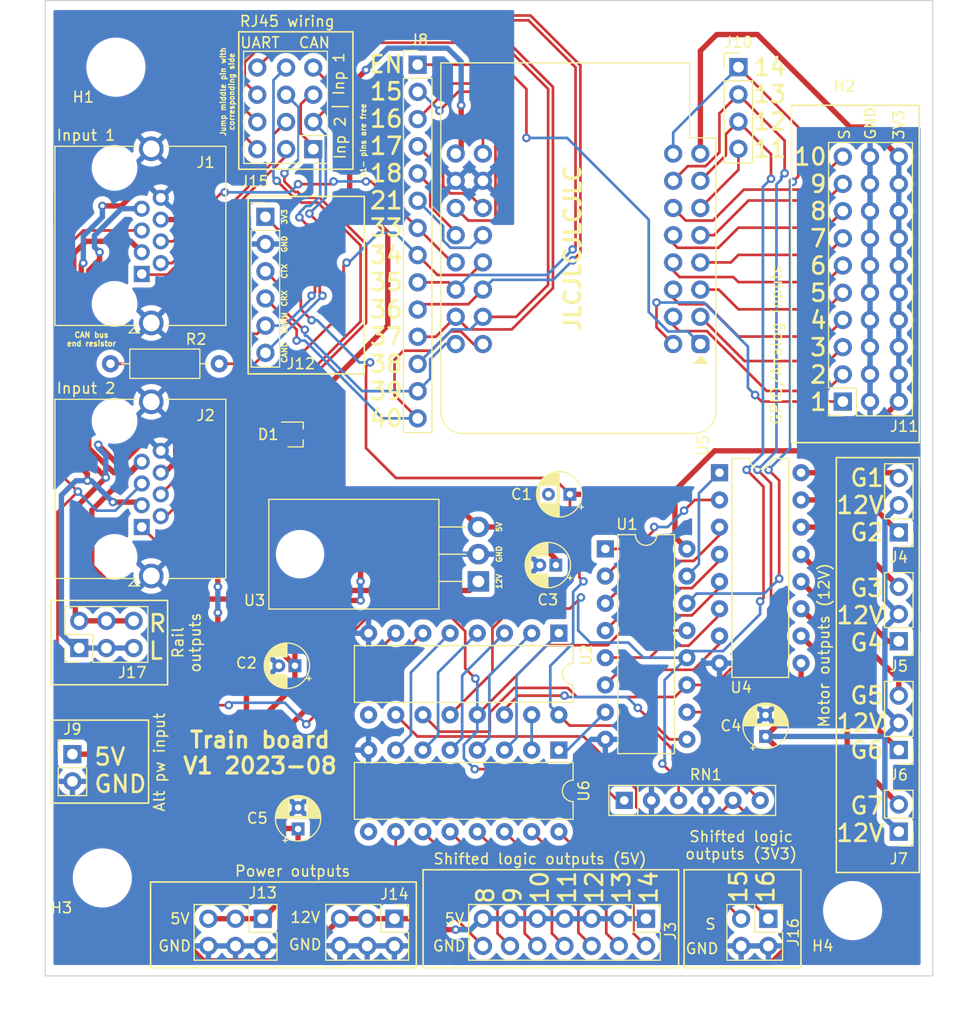
<source format=kicad_pcb>
(kicad_pcb (version 20211014) (generator pcbnew)
  (layers (0 "F.Cu" signal) (31 "B.Cu" signal) (34 "B.Paste" user) (35 "F.Paste" user) (36 "B.SilkS" user "B.Silkscreen") (37 "F.SilkS" user "F.Silkscreen") (38 "B.Mask" user) (39 "F.Mask" user) (44 "Edge.Cuts" user))
  (net 0 "")
  (net 1 "+3V3")
  (net 2 "GND")
  (net 3 "+5V")
  (net 4 "Net-(D1-Pad3)")
  (net 5 "/RJ1_SERIAL_TX")
  (net 6 "/RJ1_SERIAL_RX")
  (net 7 "/RJ1_RAIL_L")
  (net 8 "/RJ1_RAIL_R")
  (net 9 "+12V")
  (net 10 "/RJ1_D2")
  (net 11 "/RJ2_SERIAL_TX")
  (net 12 "/RJ2_SERIAL_RX")
  (net 13 "/RJ2_D2")
  (net 14 "/CTX")
  (net 15 "/CRX")
  (net 16 "/CANH")
  (net 17 "/CANL")
  (net 18 "/U1RXD")
  (net 19 "/U1TXD")
  (net 20 "Net-(U1-Pad1)")
  (net 21 "Net-(U1-Pad2)")
  (net 22 "Net-(U1-Pad3)")
  (net 23 "Net-(U1-Pad4)")
  (net 24 "Net-(U1-Pad5)")
  (net 25 "Net-(U1-Pad6)")
  (net 26 "Net-(U1-Pad9)")
  (net 27 "/SR_CLOCK_IN")
  (net 28 "/STORAGE_REG_CLOCK_IN")
  (net 29 "/SERIAL_DATA_INPUT")
  (net 30 "Net-(U1-Pad15)")
  (net 32 "Net-(J8-Pad1)")
  (net 33 "Net-(J8-Pad2)")
  (net 34 "Net-(J8-Pad3)")
  (net 35 "Net-(J8-Pad4)")
  (net 36 "Net-(J8-Pad5)")
  (net 37 "/U0RXD")
  (net 38 "/U0TXD")
  (net 39 "Net-(D1-Pad1)")
  (net 40 "Net-(J11-Pad1)")
  (net 41 "Net-(J11-Pad2)")
  (net 42 "Net-(J11-Pad3)")
  (net 43 "Net-(J11-Pad4)")
  (net 44 "Net-(J11-Pad5)")
  (net 45 "Net-(J11-Pad6)")
  (net 46 "Net-(J11-Pad7)")
  (net 47 "Net-(J11-Pad8)")
  (net 48 "Net-(J11-Pad9)")
  (net 49 "Net-(J11-Pad10)")
  (net 51 "Net-(U2-Pad6)")
  (net 52 "Net-(U2-Pad7)")
  (net 53 "Net-(U4-Pad15)")
  (net 54 "Net-(U4-Pad16)")
  (net 55 "Net-(U4-Pad13)")
  (net 56 "Net-(U4-Pad11)")
  (net 57 "Net-(U4-Pad12)")
  (net 58 "Net-(U4-Pad10)")
  (net 59 "Net-(U1-Pad7)")
  (net 60 "Net-(U2-Pad1)")
  (net 61 "Net-(U2-Pad2)")
  (net 62 "Net-(U2-Pad3)")
  (net 63 "Net-(U2-Pad4)")
  (net 64 "Net-(U2-Pad5)")
  (net 65 "Net-(U2-Pad15)")
  (net 66 "/EMG_STOP")
  (net 68 "Net-(U6-Pad16)")
  (net 69 "Net-(U6-Pad15)")
  (net 70 "Net-(U6-Pad14)")
  (net 71 "Net-(U6-Pad13)")
  (net 72 "Net-(U6-Pad12)")
  (net 73 "Net-(U6-Pad11)")
  (net 74 "Net-(U6-Pad10)")
  (net 75 "Net-(J5-Pad3)")
  (net 76 "Net-(J8-Pad6)")
  (net 77 "Net-(J10-Pad4)")
  (net 78 "/NOT_MASTER_RESET")
  (footprint "Connector_PinHeader_2.54mm:PinHeader_1x02_P2.54mm_Vertical" (layer "F.Cu") (at 127 91.44 180)
    (fp_text reference "J7")
    (fp_text value "Conn_01x02_Male")
  )
  (footprint "Connector_PinHeader_2.54mm:PinHeader_2x03_P2.54mm_Vertical" (layer "F.Cu") (at 67.564 99.568 -90)
    (fp_text reference "J13")
    (fp_text value "Conn_02x03_Odd_Even")
  )
  (footprint "Connector_RJ:RJ45_Amphenol_RJHSE5380" (layer "F.Cu") (at 56.259 62.996 90)
    (fp_text reference "J2")
    (fp_text value "RJ45_Shielded")
  )
  (footprint "Connector_PinHeader_2.54mm:PinHeader_1x03_P2.54mm_Vertical" (layer "F.Cu") (at 127 73.66 180)
    (fp_text reference "J5")
    (fp_text value "Conn_01x03_Male")
  )
  (footprint "Connector_PinHeader_2.54mm:PinHeader_2x02_P2.54mm_Vertical" (layer "F.Cu") (at 114.808 99.568 -90)
    (fp_text reference "J16")
    (fp_text value "Conn_02x02_Odd_Even")
  )
  (footprint "Connector_PinHeader_2.54mm:PinHeader_2x07_P2.54mm_Vertical" (layer "F.Cu") (at 103.378 99.568 -90)
    (fp_text reference "J3")
    (fp_text value "Conn_02x07_Odd_Even")
  )
  (footprint "Capacitor_THT:CP_Radial_D4.0mm_P1.50mm" (layer "F.Cu") (at 70.5726 75.946 180)
    (fp_text reference "C2")
    (fp_text value "0.33uF")
  )
  (footprint "Connector_RJ:RJ45_Amphenol_RJHSE5380" (layer "F.Cu") (at 56.259 39.374 90)
    (fp_text reference "J1")
    (fp_text value "RJ45_Shielded")
  )
  (footprint "Package_DIP:DIP-16_W7.62mm" (layer "F.Cu") (at 95.235 72.908 -90)
    (fp_text reference "U2")
    (fp_text value "74HC595")
  )
  (footprint "Connector_PinHeader_2.54mm:PinHeader_1x02_P2.54mm_Vertical" (layer "F.Cu") (at 49.784 84.201)
    (fp_text reference "J9")
    (fp_text value "Conn_01x02_Male")
  )
  (footprint "MountingHole:MountingHole_4.5mm" (layer "F.Cu") (at 53.848 20.066)
    (fp_text reference "H1")
    (fp_text value "MountingHole")
  )
  (footprint "Connector_PinHeader_2.54mm:PinHeader_1x03_P2.54mm_Vertical" (layer "F.Cu") (at 127 63.5 180)
    (fp_text reference "J4")
    (fp_text value "Conn_01x03_Male")
  )
  (footprint "Package_TO_SOT_SMD:SOT-323_SC-70" (layer "F.Cu") (at 70.612 54.356)
    (fp_text reference "D1")
    (fp_text value "BAT54CW")
  )
  (footprint "Resistor_THT:R_Array_SIP6" (layer "F.Cu") (at 101.346 88.519)
    (fp_text reference "RN1")
    (fp_text value "3x10k")
  )
  (footprint "Connector_PinHeader_2.54mm:PinHeader_1x04_P2.54mm_Vertical" (layer "F.Cu") (at 112.014 20.066)
    (fp_text reference "J10")
    (fp_text value "Conn_01x04_Male")
  )
  (footprint "Connector_PinHeader_2.54mm:PinHeader_2x03_P2.54mm_Vertical" (layer "F.Cu") (at 79.868 99.563 -90)
    (fp_text reference "J14")
    (fp_text value "Conn_02x03_Odd_Even")
  )
  (footprint "Connector_PinHeader_2.54mm:PinHeader_1x03_P2.54mm_Vertical" (layer "F.Cu") (at 127 83.82 180)
    (fp_text reference "J6")
    (fp_text value "Conn_01x03_Male")
  )
  (footprint "Connector_PinHeader_2.54mm:PinHeader_2x03_P2.54mm_Vertical" (layer "F.Cu") (at 50.419 74.295 90)
    (fp_text reference "J17")
    (fp_text value "Conn_02x03_Odd_Even")
  )
  (footprint "NScaleESP32 Footprints:PinHeader_3x10_P2.54mm_Vertical" (layer "F.Cu") (at 121.77 29.845)
    (fp_text reference "J11")
    (fp_text value "Conn_01x10_Male")
  )
  (footprint "Capacitor_THT:CP_Radial_D4.0mm_P1.50mm" (layer "F.Cu") (at 94.9566 66.548 180)
    (fp_text reference "C3")
    (fp_text value "0.1uF")
  )
  (footprint "Connector_PinHeader_2.54mm:PinHeader_1x06_P2.54mm_Vertical" (layer "F.Cu") (at 67.818 34.036)
    (fp_text reference "J12")
    (fp_text value "Conn_01x06_Male")
  )
  (footprint "Connector_PinHeader_2.54mm:PinHeader_1x14_P2.54mm_Vertical" (layer "F.Cu") (at 82.042 19.832)
    (fp_text reference "J8")
    (fp_text value "Conn_01x14_Male")
  )
  (footprint "Capacitor_THT:CP_Radial_D4.0mm_P2.00mm" (layer "F.Cu") (at 96.266 59.944 180)
    (fp_text reference "C1")
    (fp_text value "10-100uF")
  )
  (footprint "Package_TO_SOT_THT:TO-220-3_Horizontal_TabDown" (layer "F.Cu") (at 87.716 68.072 90)
    (fp_text reference "U3")
    (fp_text value "L7805")
  )
  (footprint "MountingHole:MountingHole_4.5mm" (layer "F.Cu") (at 124.968 19.558)
    (fp_text reference "H2")
    (fp_text value "MountingHole")
  )
  (footprint "Package_DIP:DIP-16_W7.62mm" (layer "F.Cu") (at 99.578 65.039)
    (fp_text reference "U1")
    (fp_text value "74HC595")
  )
  (footprint "Capacitor_THT:CP_Radial_D4.0mm_P2.00mm" (layer "F.Cu") (at 114.554 82.55 90)
    (fp_text reference "C4")
    (fp_text value "100uF")
  )
  (footprint "Package_DIP:DIP-16_W7.62mm" (layer "F.Cu") (at 95.235 83.82 -90)
    (fp_text reference "U6")
    (fp_text value "ULN2003")
  )
  (footprint "Resistor_THT:R_Axial_DIN0207_L6.3mm_D2.5mm_P10.16mm_Horizontal" (layer "F.Cu") (at 63.5 47.752 180)
    (fp_text reference "R2")
    (fp_text value "120ohm")
  )
  (footprint "NScaleESP32 Footprints:WEMOS_S2_mini" (layer "F.Cu") (at 108.458 45.912 180)
    (fp_text reference "U5")
    (fp_text value "WeMos_S2_mini")
  )
  (footprint "NScaleESP32 Footprints:PinHeader_3x4_P2.54mm_Vertical" (layer "F.Cu") (at 72.286 27.7198 180)
    (fp_text reference "J15")
    (fp_text value "Conn_03x04_Male")
  )
  (footprint "Package_DIP:DIP-16_W7.62mm" (layer "F.Cu") (at 110.246 57.927)
    (fp_text reference "U4")
    (fp_text value "ULN2003")
  )
  (footprint "MountingHole:MountingHole_4.5mm" (layer "F.Cu") (at 52.578 95.758)
    (fp_text reference "H3")
    (fp_text value "MountingHole")
  )
  (footprint "Capacitor_THT:CP_Radial_D4.0mm_P2.00mm" (layer "F.Cu") (at 70.866 91.186 90)
    (fp_text reference "C5")
    (fp_text value "100uF")
  )
  (footprint "MountingHole:MountingHole_4.5mm" (layer "F.Cu") (at 122.682 98.806)
    (fp_text reference "H4")
    (fp_text value "MountingHole")
  )
  (gr_rect (start 47.8155 88.773) (end 56.896 81.026) (layer "F.SilkS") (width 0.15) (fill none))
  (gr_rect (start 116.967 23.622) (end 128.905 55.118) (layer "F.SilkS") (width 0.15) (fill none))
  (gr_rect (start 106.934 104.14) (end 117.856 94.996) (layer "F.SilkS") (width 0.15) (fill none))
  (gr_line (start 74.041 23.749) (end 75.565 23.749) (layer "F.SilkS") (width 0.15))
  (gr_rect (start 47.78375 77.724) (end 58.674 69.85) (layer "F.SilkS") (width 0.15) (fill none))
  (gr_rect (start 66.2005 48.701) (end 77.0555 32.131) (layer "F.SilkS") (width 0.15) (fill none))
  (gr_rect (start 121.158 56.515) (end 128.905 95.25) (layer "F.SilkS") (width 0.15) (fill none))
  (gr_rect (start 75.9944 16.764) (end 65.3264 29.591) (layer "F.SilkS") (width 0.15) (fill none))
  (gr_rect (start 82.55 104.14) (end 106.426 94.996) (layer "F.SilkS") (width 0.15) (fill none))
  (gr_rect (start 57.0865 104.14) (end 81.915 96.139) (layer "F.SilkS") (width 0.15) (fill none))
  (gr_rect (start 47.244 13.843) (end 130.175 104.902) (layer "Edge.Cuts") (width 0.1) (fill none))
  (gr_text "10\n9\n8\n7\n6\n5\n4\n3\n2\n1" (at 120.396 39.878) (layer "F.SilkS") (effects (font (size 1.58 1.58) (thickness 0.25)) (justify right)))
  (gr_text "3V3" (at 69.596 34.036 90) (layer "F.SilkS") (effects (font (size 0.5 0.5) (thickness 0.125))))
  (gr_text "G5\n12V\nG6" (at 125.73 81.28) (layer "F.SilkS") (effects (font (size 1.58 1.58) (thickness 0.25)) (justify right)))
  (gr_text "5V" (at 86.487 99.568) (layer "F.SilkS") (effects (font (size 1 1)) (justify right)))
  (gr_text "5V" (at 60.833 99.568) (layer "F.SilkS") (effects (font (size 1 1)) (justify right)))
  (gr_text "Jump middle pin with\ncorresponding side" (at 64.262 22.352 90) (layer "F.SilkS") (effects (font (size 0.5 0.5) (thickness 0.125))))
  (gr_text "Input 1" (at 51.054 26.416) (layer "F.SilkS") (effects (font (size 1 1))))
  (gr_text "CANL" (at 69.596 46.736 90) (layer "F.SilkS") (effects (font (size 0.5 0.5) (thickness 0.125))))
  (gr_text "5V" (at 89.662 62.992 90) (layer "F.SilkS") (effects (font (size 0.5 0.5) (thickness 0.125))))
  (gr_text "GND" (at 89.662 65.532 90) (layer "F.SilkS") (effects (font (size 0.5 0.5) (thickness 0.125))))
  (gr_text "Input 2" (at 51.054 50.038) (layer "F.SilkS") (effects (font (size 1 1))))
  (gr_text "CAN" (at 72.39 17.78) (layer "F.SilkS") (effects (font (size 1 1))))
  (gr_text "G3\n12V\nG4" (at 125.73 71.247) (layer "F.SilkS") (effects (font (size 1.58 1.58) (thickness 0.25)) (justify right)))
  (gr_text "3V3" (at 127 26.924 90) (layer "F.SilkS") (effects (font (size 1 1)) (justify left)))
  (gr_text "R\nL" (at 56.784875 73.279) (layer "F.SilkS") (effects (font (size 1.58 1.58) (thickness 0.25)) (justify left)))
  (gr_text "JLCJLCJLCJLC" (at 96.52 36.957 90) (layer "F.SilkS") (effects (font (size 1.5 1.5) (thickness 0.3))))
  (gr_text "Power outputs" (at 70.358 95.123) (layer "F.SilkS") (effects (font (size 1 1))))
  (gr_text "Alt pw input" (at 57.912 84.963 90) (layer "F.SilkS") (effects (font (size 1 1))))
  (gr_text "UART" (at 67.31 17.78) (layer "F.SilkS") (effects (font (size 1 1))))
  (gr_text "Inp 1" (at 74.676 20.701 90) (layer "F.SilkS") (effects (font (size 1 1))))
  (gr_text "8\n9\n10\n11\n12\n13\n14" (at 96.007 98.303 90) (layer "F.SilkS") (effects (font (size 1.58 1.58) (thickness 0.25)) (justify left)))
  (gr_text "CANH" (at 69.596 43.942 90) (layer "F.SilkS") (effects (font (size 0.5 0.5) (thickness 0.125))))
  (gr_text "GPIO/Analog inputs" (at 115.57 45.974 90) (layer "F.SilkS") (effects (font (size 1 1))))
  (gr_text "G7\n12V" (at 125.73 90.297) (layer "F.SilkS") (effects (font (size 1.58 1.58) (thickness 0.25)) (justify right)))
  (gr_text "CTX" (at 69.596 39.116 90) (layer "F.SilkS") (effects (font (size 0.5 0.5) (thickness 0.125))))
  (gr_text "12V" (at 89.662 68.072 90) (layer "F.SilkS") (effects (font (size 0.5 0.5) (thickness 0.125))))
  (gr_text "Motor outputs (12V)" (at 120.015 74.041 90) (layer "F.SilkS") (effects (font (size 1 1))))
  (gr_text "GND" (at 86.614 102.108) (layer "F.SilkS") (effects (font (size 1 1)) (justify right)))
  (gr_text "Inp 2" (at 74.803 26.67 90) (layer "F.SilkS") (effects (font (size 1 1))))
  (gr_text "S" (at 121.92 26.924 90) (layer "F.SilkS") (effects (font (size 1 1)) (justify left)))
  (gr_text "14\n13\n12\n11" (at 113.284 23.876) (layer "F.SilkS") (effects (font (size 1.58 1.58) (thickness 0.25)) (justify left)))
  (gr_text "CRX" (at 69.596 41.656 90) (layer "F.SilkS") (effects (font (size 0.5 0.5) (thickness 0.125))))
  (gr_text "G1\n12V\nG2" (at 125.73 60.96) (layer "F.SilkS") (effects (font (size 1.58 1.58) (thickness 0.25)) (justify right)))
  (gr_text "GND" (at 73.152 101.981) (layer "F.SilkS") (effects (font (size 1 1)) (justify right)))
  (gr_text "GND" (at 69.596 36.576 90) (layer "F.SilkS") (effects (font (size 0.5 0.5) (thickness 0.125))))
  (gr_text "GND" (at 110.236 102.362) (layer "F.SilkS") (effects (font (size 1 1)) (justify right)))
  (gr_text "RJ45 wiring" (at 69.85 15.7818) (layer "F.SilkS") (effects (font (size 1 1))))
  (gr_text "CAN bus\nend resistor" (at 51.562 45.466) (layer "F.SilkS") (effects (font (size 0.5 0.5) (thickness 0.125))))
  (gr_text "Train board\nV1 2023-08" (at 67.31 84.074) (layer "F.SilkS") (effects (font (size 1.5 1.5) (thickness 0.3))))
  (gr_text "21- pins are free" (at 76.962 26.924 90) (layer "F.SilkS") (effects (font (size 0.5 0.5) (thickness 0.125))))
  (gr_text "5V\nGND" (at 51.689 85.725) (layer "F.SilkS") (effects (font (size 1.58 1.58) (thickness 0.25)) (justify left)))
  (gr_text "12V" (at 73.025 99.441) (layer "F.SilkS") (effects (font (size 1 1)) (justify right)))
  (gr_text "GND" (at 60.96 102.108) (layer "F.SilkS") (effects (font (size 1 1)) (justify right)))
  (gr_text "EN\n15\n16\n17\n18\n21\n33\n34\n35\n36\n37\n38\n39\n40" (at 80.772 36.332) (layer "F.SilkS") (effects (font (size 1.58 1.58) (thickness 0.25)) (justify right)))
  (gr_text "Shifted logic outputs (5V)" (at 93.472 93.98) (layer "F.SilkS") (effects (font (size 1 1))))
  (gr_text "Rail\noutputs" (at 60.452 73.787 90) (layer "F.SilkS") (effects (font (size 1 1))))
  (gr_text "15\n16" (at 113.284 98.238 90) (layer "F.SilkS") (effects (font (size 1.58 1.58) (thickness 0.25)) (justify left)))
  (gr_text "S" (at 109.982 100.076) (layer "F.SilkS") (effects (font (size 1 1)) (justify right)))
  (gr_text "GND" (at 124.355 26.924 90) (layer "F.SilkS") (effects (font (size 1 1)) (justify left)))
  (gr_text "Shifted logic\noutputs (3V3)" (at 112.268 92.71) (layer "F.SilkS") (effects (font (size 1 1))))
  (segment (start 122.4026 55.88) (end 109.793978 55.88) (width 0.5) (layer "F.Cu") (net 1))
  (segment (start 103.635293 81.534) (end 108.207293 86.106) (width 0.25) (layer "F.Cu") (net 1))
  (segment (start 113.792 17.018) (end 122.428 25.654) (width 0.5) (layer "F.Cu") (net 1))
  (segment (start 96.266 62.357) (end 96.266 59.944) (width 0.25) (layer "F.Cu") (net 1))
  (segment (start 108.458 28.132) (end 108.458 18.542) (width 0.5) (layer "F.Cu") (net 1))
  (segment (start 106.084489 63.925489) (end 107.198 65.039) (width 0.5) (layer "F.Cu") (net 1))
  (segment (start 109.982 17.018) (end 113.792 17.018) (width 0.5) (layer "F.Cu") (net 1))
  (segment (start 106.084489 59.589489) (end 106.084489 63.925489) (width 0.5) (layer "F.Cu") (net 1))
  (segment (start 94.742 58.42) (end 96.2226 59.9006) (width 0.25) (layer "F.Cu") (net 1))
  (segment (start 109.793978 55.88) (end 105.729978 59.944) (width 0.5) (layer "F.Cu") (net 1))
  (segment (start 97.155 63.246) (end 96.266 62.357) (width 0.25) (layer "F.Cu") (net 1))
  (segment (start 71.12 42.672) (end 71.12 37.338) (width 0.25) (layer "F.Cu") (net 1))
  (segment (start 77.216 48.006) (end 77.216 55.626) (width 0.25) (layer "F.Cu") (net 1))
  (segment (start 111.633 86.106) (end 114.046 88.519) (width 0.25) (layer "F.Cu") (net 1))
  (segment (start 124.2314 25.654) (end 127 28.4226) (width 0.5) (layer "F.Cu") (net 1))
  (segment (start 97.536 68.072) (end 97.155 67.691) (width 0.25) (layer "F.Cu") (net 1))
  (segment (start 97.155 67.691) (end 97.155 63.246) (width 0.25) (layer "F.Cu") (net 1))
  (segment (start 77.216 55.626) (end 80.01 58.42) (width 0.25) (layer "F.Cu") (net 1))
  (segment (start 122.428 25.654) (end 124.2314 25.654) (width 0.5) (layer "F.Cu") (net 1))
  (segment (start 72.136 43.688) (end 71.12 42.672) (width 0.25) (layer "F.Cu") (net 1))
  (segment (start 96.241 81.534) (end 103.635293 81.534) (width 0.25) (layer "F.Cu") (net 1))
  (segment (start 108.458 18.542) (end 109.982 17.018) (width 0.5) (layer "F.Cu") (net 1))
  (segment (start 95.235 80.528) (end 96.241 81.534) (width 0.25) (layer "F.Cu") (net 1))
  (segment (start 71.12 37.338) (end 67.818 34.036) (width 0.25) (layer "F.Cu") (net 1))
  (segment (start 127 51.2826) (end 122.4026 55.88) (width 0.5) (layer "F.Cu") (net 1))
  (segment (start 80.01 58.42) (end 94.742 58.42) (width 0.25) (layer "F.Cu") (net 1))
  (segment (start 77.597 47.625) (end 77.216 48.006) (width 0.25) (layer "F.Cu") (net 1))
  (segment (start 105.729978 59.944) (end 96.266 59.944) (width 0.5) (layer "F.Cu") (net 1))
  (segment (start 108.207293 86.106) (end 111.633 86.106) (width 0.25) (layer "F.Cu") (net 1))
  (via (at 72.136 43.688) (size 0.8) (drill 0.4) (layers "F.Cu" "B.Cu") (net 1))
  (via (at 97.536 68.072) (size 0.8) (drill 0.4) (layers "F.Cu" "B.Cu") (net 1))
  (via (at 77.597 47.625) (size 0.8) (drill 0.4) (layers "F.Cu" "B.Cu") (net 1))
  (segment (start 95.235 80.528) (end 94.435001 79.728001) (width 0.25) (layer "B.Cu") (net 1))
  (segment (start 96.571939 73.820083) (end 96.571939 69.036061) (width 0.25) (layer "B.Cu") (net 1))
  (segment (start 94.435001 79.728001) (end 94.435001 75.957021) (width 0.25) (layer "B.Cu") (net 1))
  (segment (start 96.571939 69.036061) (end 97.536 68.072) (width 0.25) (layer "B.Cu") (net 1))
  (segment (start 76.581 47.625) (end 72.644 43.688) (width 0.25) (layer "B.Cu") (net 1))
  (segment (start 94.435001 75.957021) (end 96.571939 73.820083) (width 0.25) (layer "B.Cu") (net 1))
  (segment (start 127 28.4226) (end 127 51.2826) (width 0.5) (layer "B.Cu") (net 1))
  (segment (start 72.644 43.688) (end 72.136 43.688) (width 0.25) (layer "B.Cu") (net 1))
  (segment (start 77.597 47.625) (end 76.581 47.625) (width 0.25) (layer "B.Cu") (net 1))
  (segment (start 87.716 62.992) (end 91.948 62.992) (width 0.5) (layer "F.Cu") (net 3))
  (segment (start 70.866 91.1426) (end 69.5526 91.1426) (width 0.5) (layer "F.Cu") (net 3))
  (segment (start 67.564 99.568) (end 62.484 99.568) (width 0.5) (layer "F.Cu") (net 3))
  (segment (start 91.948 62.992) (end 94.9566 66.0006) (width 0.5) (layer "F.Cu") (net 3))
  (segment (start 69.612 55.006) (end 76.708 62.102) (width 0.5) (layer "F.Cu") (net 3))
  (segment (start 94.9566 66.0006) (end 94.9566 66.548) (width 0.5) (layer "F.Cu") (net 3))
  (segment (start 67.945 89.535) (end 67.945 83.693) (width 0.5) (layer "F.Cu") (net 3))
  (segment (start 67.564 99.568) (end 70.866 96.266) (width 0.5) (layer "F.Cu") (net 3))
  (segment (start 81.178247 97.053247) (end 70.078753 97.053247) (width 0.5) (layer "F.Cu") (net 3))
  (segment (start 84.713299 100.588299) (end 81.178247 97.053247) (width 0.5) (layer "F.Cu") (net 3))
  (segment (start 76.708 68.072) (end 76.708 62.102) (width 0.5) (layer "F.Cu") (net 3))
  (segment (start 70.866 96.266) (end 70.866 91.1426) (width 0.5) (layer "F.Cu") (net 3))
  (segment (start 84.668 59.944) (end 87.716 62.992) (width 0.5) (layer "F.Cu") (net 3))
  (segment (start 85.593701 100.588299) (end 84.713299 100.588299) (width 0.5) (layer "F.Cu") (net 3))
  (segment (start 67.945 83.693) (end 72.898 78.74) (width 0.5) (layer "F.Cu") (net 3))
  (segment (start 72.898 72.136) (end 75.184 69.85) (width 0.5) (layer "F.Cu") (net 3))
  (segment (start 69.5526 91.1426) (end 67.945 89.535) (width 0.5) (layer "F.Cu") (net 3))
  (segment (start 72.898 78.74) (end 72.898 72.136) (width 0.5) (layer "F.Cu") (net 3))
  (segment (start 75.184 69.85) (end 76.708 69.85) (width 0.5) (layer "F.Cu") (net 3))
  (segment (start 74.55 59.944) (end 84.668 59.944) (width 0.5) (layer "F.Cu") (net 3))
  (via (at 85.593701 100.588299) (size 0.8) (drill 0.4) (layers "F.Cu" "B.Cu") (net 3))
  (via (at 76.708 68.072) (size 0.8) (drill 0.4) (layers "F.Cu" "B.Cu") (net 3))
  (via (at 76.708 69.85) (size 0.8) (drill 0.4) (layers "F.Cu" "B.Cu") (net 3))
  (segment (start 76.708 69.85) (end 76.708 68.072) (width 0.5) (layer "B.Cu") (net 3))
  (segment (start 88.011 99.568) (end 103.378 99.568) (width 0.5) (layer "B.Cu") (net 3))
  (segment (start 85.593701 100.588299) (end 86.990701 100.588299) (width 0.5) (layer "B.Cu") (net 3))
  (segment (start 86.990701 100.588299) (end 88.011 99.568) (width 0.5) (layer "B.Cu") (net 3))
  (segment (start 86.106 27.624) (end 85.598 28.132) (width 0.5) (layer "F.Cu") (net 4))
  (segment (start 71.612 51.832) (end 79.248 44.196) (width 0.5) (layer "F.Cu") (net 4))
  (segment (start 71.612 54.356) (end 71.612 51.832) (width 0.5) (layer "F.Cu") (net 4))
  (segment (start 75.692 21.844) (end 77.216 20.32) (width 0.5) (layer "F.Cu") (net 4))
  (segment (start 79.248 35.56) (end 75.692 32.004) (width 0.5) (layer "F.Cu") (net 4))
  (segment (start 79.248 44.196) (end 79.248 35.56) (width 0.5) (layer "F.Cu") (net 4))
  (segment (start 75.692 32.004) (end 75.692 21.844) (width 0.5) (layer "F.Cu") (net 4))
  (segment (start 86.106 23.622) (end 86.106 27.624) (width 0.5) (layer "F.Cu") (net 4))
  (via (at 86.106 23.622) (size 0.8) (drill 0.4) (layers "F.Cu" "B.Cu") (net 4))
  (via (at 77.216 20.32) (size 0.8) (drill 0.4) (layers "F.Cu" "B.Cu") (net 4))
  (segment (start 77.216 20.32) (end 79.248 18.288) (width 0.5) (layer "B.Cu") (net 4))
  (segment (start 84.836 18.288) (end 86.106 19.558) (width 0.5) (layer "B.Cu") (net 4))
  (segment (start 86.106 19.558) (end 86.106 23.622) (width 0.5) (layer "B.Cu") (net 4))
  (segment (start 79.248 18.288) (end 84.836 18.288) (width 0.5) (layer "B.Cu") (net 4))
  (segment (start 56.317511 39.432511) (end 56.259 39.374) (width 0.25) (layer "F.Cu") (net 5))
  (segment (start 69.746 27.7198) (end 69.746 28.347377) (width 0.25) (layer "F.Cu") (net 5))
  (segment (start 58.660866 39.432511) (end 56.317511 39.432511) (width 0.25) (layer "F.Cu") (net 5))
  (segment (start 69.746 28.347377) (end 58.660866 39.432511) (width 0.25) (layer "F.Cu") (net 5))
  (segment (start 58.039 38.358) (end 59.09966 38.358) (width 0.25) (layer "F.Cu") (net 6))
  (segment (start 68.571489 26.354311) (end 69.746 25.1798) (width 0.25) (layer "F.Cu") (net 6))
  (segment (start 68.571489 28.886171) (end 68.571489 26.354311) (width 0.25) (layer "F.Cu") (net 6))
  (segment (start 59.09966 38.358) (end 68.571489 28.886171) (width 0.25) (layer "F.Cu") (net 6))
  (segment (start 51.181 58.039) (end 49.908961 56.766961) (width 0.5) (layer "F.Cu") (net 7))
  (segment (start 51.054 36.322) (end 55.239 36.322) (width 0.5) (layer "F.Cu") (net 7))
  (segment (start 55.966688 60.671688) (end 56.259 60.964) (width 0.5) (layer "F.Cu") (net 7))
  (segment (start 49.908961 56.766961) (end 49.908961 37.467039) (width 0.5) (layer "F.Cu") (net 7))
  (segment (start 51.181 58.674) (end 51.181 58.039) (width 0.5) (layer "F.Cu") (net 7))
  (segment (start 53.559688 60.671688) (end 55.966688 60.671688) (width 0.5) (layer "F.Cu") (net 7))
  (segment (start 55.239 36.322) (end 56.259 37.342) (width 0.5) (layer "F.Cu") (net 7))
  (segment (start 49.908961 37.467039) (end 51.054 36.322) (width 0.5) (layer "F.Cu") (net 7))
  (via (at 51.181 58.674) (size 0.8) (drill 0.4) (layers "F.Cu" "B.Cu") (net 7))
  (via (at 53.559688 60.671688) (size 0.8) (drill 0.4) (layers "F.Cu" "B.Cu") (net 7))
  (segment (start 51.181 58.674) (end 51.562 58.674) (width 0.5) (layer "B.Cu") (net 7))
  (segment (start 51.562 58.674) (end 53.559688 60.671688) (width 0.5) (layer "B.Cu") (net 7))
  (segment (start 50.053875 74.295) (end 55.133875 74.295) (width 0.5) (layer "B.Cu") (net 7))
  (segment (start 48.754364 60.026245) (end 48.754364 72.995489) (width 0.5) (layer "B.Cu") (net 7))
  (segment (start 48.754364 72.995489) (end 50.053875 74.295) (width 0.5) (layer "B.Cu") (net 7))
  (segment (start 51.181 58.674) (end 50.106609 58.674) (width 0.5) (layer "B.Cu") (net 7))
  (segment (start 50.106609 58.674) (end 48.754364 60.026245) (width 0.5) (layer "B.Cu") (net 7))
  (segment (start 54.360299 33.015701) (end 56.896 30.48) (width 0.5) (layer "F.Cu") (net 8))
  (segment (start 50.60848 38.54552) (end 50.8 38.354) (width 0.5) (layer "F.Cu") (net 8))
  (segment (start 59.944 33.782) (end 59.432 34.294) (width 0.5) (layer "F.Cu") (net 8))
  (segment (start 52.901636 58.373576) (end 50.60848 56.08042) (width 0.5) (layer "F.Cu") (net 8))
  (segment (start 58.684342 30.48) (end 59.944 31.739658) (width 0.5) (layer "F.Cu") (net 8))
  (segment (start 50.053875 61.221337) (end 50.053875 71.755) (width 0.5) (layer "F.Cu") (net 8))
  (segment (start 54.566634 56.896) (end 57.106634 54.356) (width 0.5) (layer "F.Cu") (net 8))
  (segment (start 53.779376 56.896) (end 54.566634 56.896) (width 0.5) (layer "F.Cu") (net 8))
  (segment (start 58.674 54.356) (end 59.436 55.118) (width 0.5) (layer "F.Cu") (net 8))
  (segment (start 59.436 55.118) (end 59.436 56.896) (width 0.5) (layer "F.Cu") (net 8))
  (segment (start 59.432 34.294) (end 58.039 34.294) (width 0.5) (layer "F.Cu") (net 8))
  (segment (start 52.901636 58.373576) (end 50.053875 61.221337) (width 0.5) (layer "F.Cu") (net 8))
  (segment (start 50.053875 71.755) (end 55.133875 71.755) (width 0.5) (layer "F.Cu") (net 8))
  (segment (start 57.106634 54.356) (end 58.674 54.356) (width 0.5) (layer "F.Cu") (net 8))
  (segment (start 52.206438 55.323062) (end 53.779376 56.896) (width 0.5) (layer "F.Cu") (net 8))
  (segment (start 59.436 56.896) (end 58.416 57.916) (width 0.5) (layer "F.Cu") (net 8))
  (segment (start 50.60848 56.08042) (end 50.60848 38.54552) (width 0.5) (layer "F.Cu") (net 8))
  (segment (start 52.582299 33.015701) (end 54.360299 33.015701) (width 0.5) (layer "F.Cu") (net 8))
  (segment (start 58.416 57.916) (end 58.039 57.916) (width 0.5) (layer "F.Cu") (net 8))
  (segment (start 56.896 30.48) (end 58.684342 30.48) (width 0.5) (layer "F.Cu") (net 8))
  (segment (start 59.944 31.739658) (end 59.944 33.782) (width 0.5) (layer "F.Cu") (net 8))
  (via (at 52.206438 55.323062) (size 0.8) (drill 0.4) (layers "F.Cu" "B.Cu") (net 8))
  (via (at 52.901636 58.373576) (size 0.8) (drill 0.4) (layers "F.Cu" "B.Cu") (net 8))
  (via (at 50.8 38.354) (size 0.8) (drill 0.4) (layers "F.Cu" "B.Cu") (net 8))
  (via (at 52.582299 33.015701) (size 0.8) (drill 0.4) (layers "F.Cu" "B.Cu") (net 8))
  (segment (start 52.206438 55.323062) (end 52.206438 55.623166) (width 0.5) (layer "B.Cu") (net 8))
  (segment (start 52.901636 56.318364) (end 52.901636 58.373576) (width 0.5) (layer "B.Cu") (net 8))
  (segment (start 52.582299 34.058431) (end 50.8 35.84073) (width 0.5) (layer "B.Cu") (net 8))
  (segment (start 52.206438 55.623166) (end 52.901636 56.318364) (width 0.5) (layer "B.Cu") (net 8))
  (segment (start 52.582299 33.015701) (end 52.582299 34.058431) (width 0.5) (layer "B.Cu") (net 8))
  (segment (start 50.8 35.84073) (end 50.8 38.354) (width 0.5) (layer "B.Cu") (net 8))
  (segment (start 64.3496 69.723) (end 54.651473 69.723) (width 0.5) (layer "F.Cu") (net 9))
  (segment (start 51.308 39.047391) (end 51.308 55.626) (width 0.5) (layer "F.Cu") (net 9))
  (segment (start 56.129985 56.9) (end 56.259 56.9) (width 0.5) (layer "F.Cu") (net 9))
  (segment (start 53.641451 57.912) (end 55.247 57.912) (width 0.5) (layer "F.Cu") (net 9))
  (segment (start 70.5726 78.0174) (end 70.5726 75.946) (width 0.5) (layer "F.Cu") (net 9))
  (segment (start 70.846 103.505) (end 74.788 99.563) (width 0.5) (layer "F.Cu") (net 9))
  (segment (start 52.324 38.031391) (end 51.308 39.047391) (width 0.5) (layer "F.Cu") (net 9))
  (segment (start 62.043213 103.505) (end 70.846 103.505) (width 0.5) (layer "F.Cu") (net 9))
  (segment (start 51.594479 66.666006) (end 51.594479 61.435506) (width 0.5) (layer "F.Cu") (net 9))
  (segment (start 65.532 82.804) (end 70.5726 77.7634) (width 0.5) (layer "F.Cu") (net 9))
  (segment (start 59.563 101.024787) (end 62.043213 103.505) (width 0.5) (layer "F.Cu") (net 9))
  (segment (start 81.402 99.563) (end 85.471 103.632) (width 0.5) (layer "F.Cu") (net 9))
  (segment (start 51.594479 61.435506) (end 56.129985 56.9) (width 0.5) (layer "F.Cu") (net 9))
  (segment (start 86.866489 68.921511) (end 87.716 68.072) (width 0.5) (layer "F.Cu") (net 9))
  (segment (start 51.308 55.626) (end 53.206065 57.524065) (width 0.5) (layer "F.Cu") (net 9))
  (segment (start 65.532 92.329) (end 59.563 98.298) (width 0.5) (layer "F.Cu") (net 9))
  (segment (start 79.868 99.563) (end 81.402 99.563) (width 0.5) (layer "F.Cu") (net 9))
  (segment (start 117.866 75.707) (end 117.866 79.238) (width 0.5) (layer "F.Cu") (net 9))
  (segment (start 59.563 98.298) (end 59.563 101.024787) (width 0.5) (layer "F.Cu") (net 9))
  (segment (start 53.253516 57.524065) (end 53.641451 57.912) (width 0.5) (layer "F.Cu") (net 9))
  (segment (start 70.5726 75.946) (end 64.3496 69.723) (width 0.5) (layer "F.Cu") (net 9))
  (segment (start 53.206065 57.524065) (end 53.253516 57.524065) (width 0.5) (layer "F.Cu") (net 9))
  (segment (start 117.729 85.725) (end 114.554 82.55) (width 0.5) (layer "F.Cu") (net 9))
  (segment (start 117.729 101.024787) (end 117.729 85.725) (width 0.5) (layer "F.Cu") (net 9))
  (segment (start 65.532 82.804) (end 65.532 92.329) (width 0.5) (layer "F.Cu") (net 9))
  (segment (start 70.5726 72.4294) (end 74.080489 68.921511) (width 0.5) (layer "F.Cu") (net 9))
  (segment (start 52.324 37.338) (end 52.324 38.031391) (width 0.5) (layer "F.Cu") (net 9))
  (segment (start 117.866 79.238) (end 114.554 82.55) (width 0.5) (layer "F.Cu") (net 9))
  (segment (start 85.471 103.632) (end 115.121786 103.632) (width 0.5) (layer "F.Cu") (net 9))
  (segment (start 70.5726 75.946) (end 70.5726 72.4294) (width 0.5) (layer "F.Cu") (net 9))
  (segment (start 74.080489 68.921511) (end 86.866489 68.921511) (width 0.5) (layer "F.Cu") (net 9))
  (segment (start 55.247 57.912) (end 56.259 56.9) (width 0.5) (layer "F.Cu") (net 9))
  (segment (start 54.651473 69.723) (end 51.594479 66.666006) (width 0.5) (layer "F.Cu") (net 9))
  (segment (start 74.788 99.563) (end 79.868 99.563) (width 0.5) (layer "F.Cu") (net 9))
  (segment (start 115.121786 103.632) (end 117.729 101.024787) (width 0.5) (layer "F.Cu") (net 9))
  (via (at 52.324 37.338) (size 0.8) (drill 0.4) (layers "F.Cu" "B.Cu") (net 9))
  (segment (start 125.700489 62.259511) (end 127 60.96) (width 0.5) (layer "B.Cu") (net 9))
  (segment (start 127 91.44) (end 125.700489 90.140489) (width 0.5) (layer "B.Cu") (net 9))
  (segment (start 114.554 82.55) (end 125.73 82.55) (width 0.5) (layer "B.Cu") (net 9))
  (segment (start 125.700489 69.820489) (end 125.700489 62.259511) (width 0.5) (layer "B.Cu") (net 9))
  (segment (start 51.842124 35.787876) (end 54.352 33.278) (width 0.5) (layer "B.Cu") (net 9))
  (segment (start 125.700489 82.579511) (end 127 81.28) (width 0.5) (layer "B.Cu") (net 9))
  (segment (start 127 71.12) (end 125.700489 69.820489) (width 0.5) (layer "B.Cu") (net 9))
  (segment (start 125.700489 72.419511) (end 127 71.12) (width 0.5) (layer "B.Cu") (net 9))
  (segment (start 52.324 37.338) (end 51.842124 36.856124) (width 0.5) (layer "B.Cu") (net 9))
  (segment (start 127 81.28) (end 125.700489 79.980489) (width 0.5) (layer "B.Cu") (net 9))
  (segment (start 51.842124 36.856124) (end 51.842124 35.787876) (width 0.5) (layer "B.Cu") (net 9))
  (segment (start 54.352 33.278) (end 56.259 33.278) (width 0.5) (layer "B.Cu") (net 9))
  (segment (start 125.700489 79.980489) (end 125.700489 72.419511) (width 0.5) (layer "B.Cu") (net 9))
  (segment (start 125.700489 90.140489) (end 125.700489 82.579511) (width 0.5) (layer "B.Cu") (net 9))
  (segment (start 85.262 38.292) (end 85.598 38.292) (width 0.25) (layer "F.Cu") (net 10))
  (segment (start 70.866 30.988) (end 73.931011 30.988) (width 0.25) (layer "F.Cu") (net 10))
  (segment (start 73.931011 30.988) (end 74.185011 30.734) (width 0.25) (layer "F.Cu") (net 10))
  (segment (start 63.754 31.75) (end 59.178 36.326) (width 0.25) (layer "F.Cu") (net 10))
  (segment (start 77.216 30.734) (end 77.704 30.734) (width 0.25) (layer "F.Cu") (net 10))
  (segment (start 64.008 31.75) (end 63.754 31.75) (width 0.25) (layer "F.Cu") (net 10))
  (segment (start 82.042 35.072) (end 85.262 38.292) (width 0.25) (layer "F.Cu") (net 10))
  (segment (start 77.704 30.734) (end 82.042 35.072) (width 0.25) (layer "F.Cu") (net 10))
  (segment (start 59.178 36.326) (end 58.039 36.326) (width 0.25) (layer "F.Cu") (net 10))
  (via (at 64.008 31.75) (size 0.8) (drill 0.4) (layers "F.Cu" "B.Cu") (net 10))
  (via (at 74.185011 30.734) (size 0.8) (drill 0.4) (layers "F.Cu" "B.Cu") (net 10))
  (via (at 70.866 30.988) (size 0.8) (drill 0.4) (layers "F.Cu" "B.Cu") (net 10))
  (via (at 77.216 30.734) (size 0.8) (drill 0.4) (layers "F.Cu" "B.Cu") (net 10))
  (segment (start 74.185011 30.734) (end 77.216 30.734) (width 0.25) (layer "B.Cu") (net 10))
  (segment (start 70.866 30.988) (end 70.104 31.75) (width 0.25) (layer "B.Cu") (net 10))
  (segment (start 70.104 31.75) (end 64.008 31.75) (width 0.25) (layer "B.Cu") (net 10))
  (segment (start 77.216 36.576) (end 72.898 32.258) (width 0.25) (layer "F.Cu") (net 11))
  (segment (start 56.259 62.996) (end 57.525 64.262) (width 0.25) (layer "F.Cu") (net 11))
  (segment (start 57.912 64.262) (end 59.69 62.484) (width 0.25) (layer "F.Cu") (net 11))
  (segment (start 59.69 61.468) (end 77.216 43.942) (width 0.25) (layer "F.Cu") (net 11))
  (segment (start 59.69 62.484) (end 59.69 61.468) (width 0.25) (layer "F.Cu") (net 11))
  (segment (start 69.596 30.742614) (end 70.565897 31.712511) (width 0.25) (layer "F.Cu") (net 11))
  (segment (start 70.565897 31.712511) (end 70.828511 31.712511) (width 0.25) (layer "F.Cu") (net 11))
  (segment (start 70.828511 31.712511) (end 71.374 32.258) (width 0.25) (layer "F.Cu") (net 11))
  (segment (start 77.216 43.942) (end 77.216 36.576) (width 0.25) (layer "F.Cu") (net 11))
  (segment (start 72.898 32.258) (end 71.374 32.258) (width 0.25) (layer "F.Cu") (net 11))
  (segment (start 57.525 64.262) (end 57.912 64.262) (width 0.25) (layer "F.Cu") (net 11))
  (segment (start 69.596 29.972) (end 69.596 30.742614) (width 0.25) (layer "F.Cu") (net 11))
  (via (at 69.596 29.972) (size 0.8) (drill 0.4) (layers "F.Cu" "B.Cu") (net 11))
  (segment (start 69.746 22.6398) (end 70.920511 23.814311) (width 0.25) (layer "B.Cu") (net 11))
  (segment (start 70.920511 28.647489) (end 69.596 29.972) (width 0.25) (layer "B.Cu") (net 11))
  (segment (start 70.920511 23.814311) (end 70.920511 28.647489) (width 0.25) (layer "B.Cu") (net 11))
  (segment (start 71.187802 32.70752) (end 70.642313 32.162031) (width 0.25) (layer "F.Cu") (net 12))
  (segment (start 58.542282 61.98) (end 76.708 43.814282) (width 0.25) (layer "F.Cu") (net 12))
  (segment (start 72.711802 32.70752) (end 71.187802 32.70752) (width 0.25) (layer "F.Cu") (net 12))
  (segment (start 69.14648 30.678755) (end 68.8715 30.678755) (width 0.25) (layer "F.Cu") (net 12))
  (segment (start 76.708 36.703718) (end 72.711802 32.70752) (width 0.25) (layer "F.Cu") (net 12))
  (segment (start 70.642313 32.162031) (end 70.379699 32.162031) (width 0.25) (layer "F.Cu") (net 12))
  (segment (start 76.708 43.814282) (end 76.708 36.703718) (width 0.25) (layer "F.Cu") (net 12))
  (segment (start 70.379699 32.162031) (end 69.14648 30.928812) (width 0.25) (layer "F.Cu") (net 12))
  (segment (start 58.039 61.98) (end 58.542282 61.98) (width 0.25) (layer "F.Cu") (net 12))
  (segment (start 69.14648 30.928812) (end 69.14648 30.678755) (width 0.25) (layer "F.Cu") (net 12))
  (via (at 68.8715 30.678755) (size 0.8) (drill 0.4) (layers "F.Cu" "B.Cu") (net 12))
  (segment (start 68.571489 30.378744) (end 68.571489 21.274311) (width 0.25) (layer "B.Cu") (net 12))
  (segment (start 68.571489 21.274311) (end 69.746 20.0998) (width 0.25) (layer "B.Cu") (net 12))
  (segment (start 68.8715 30.678755) (end 68.571489 30.378744) (width 0.25) (layer "B.Cu") (net 12))
  (segment (start 75.12552 42.86148) (end 58.039 59.948) (width 0.25) (layer "F.Cu") (net 13))
  (segment (start 83.896511 39.466511) (end 86.963489 39.466511) (width 0.25) (layer "F.Cu") (net 13))
  (segment (start 86.963489 39.466511) (end 88.138 38.292) (width 0.25) (layer "F.Cu") (net 13))
  (segment (start 75.4005 38.3165) (end 75.12552 38.59148) (width 0.25) (layer "F.Cu") (net 13))
  (segment (start 75.12552 38.59148) (end 75.12552 42.86148) (width 0.25) (layer "F.Cu") (net 13))
  (segment (start 82.042 37.612) (end 83.896511 39.466511) (width 0.25) (layer "F.Cu") (net 13))
  (via (at 75.4005 38.3165) (size 0.8) (drill 0.4) (layers "F.Cu" "B.Cu") (net 13))
  (segment (start 75.603218 38.3165) (end 78.398198 35.52152) (width 0.25) (layer "B.Cu") (net 13))
  (segment (start 79.95152 35.52152) (end 82.042 37.612) (width 0.25) (layer "B.Cu") (net 13))
  (segment (start 78.398198 35.52152) (end 79.95152 35.52152) (width 0.25) (layer "B.Cu") (net 13))
  (segment (start 75.4005 38.3165) (end 75.603218 38.3165) (width 0.25) (layer "B.Cu") (net 13))
  (segment (start 71.494551 44.570551) (end 71.368269 44.570551) (width 0.25) (layer "F.Cu") (net 14))
  (segment (start 69.596 42.798282) (end 69.596 40.894) (width 0.25) (layer "F.Cu") (net 14))
  (segment (start 71.368269 44.570551) (end 69.596 42.798282) (width 0.25) (layer "F.Cu") (net 14))
  (segment (start 69.596 40.894) (end 67.818 39.116) (width 0.25) (layer "F.Cu") (net 14))
  (via (at 71.494551 44.570551) (size 0.8) (drill 0.4) (layers "F.Cu" "B.Cu") (net 14))
  (segment (start 82.042 50.312) (end 83.216511 49.137489) (width 0.25) (layer "B.Cu") (net 14))
  (segment (start 76.860017 50.312) (end 82.042 50.312) (width 0.25) (layer "B.Cu") (net 14))
  (segment (start 71.687198 45.139181) (end 76.860017 50.312) (width 0.25) (layer "B.Cu") (net 14))
  (segment (start 71.494551 45.078551) (end 71.555181 45.139181) (width 0.25) (layer "B.Cu") (net 14))
  (segment (start 71.555181 45.139181) (end 71.687198 45.139181) (width 0.25) (layer "B.Cu") (net 14))
  (segment (start 83.216511 49.137489) (end 83.216511 47.339489) (width 0.25) (layer "B.Cu") (net 14))
  (segment (start 71.494551 44.570551) (end 71.494551 45.078551) (width 0.25) (layer "B.Cu") (net 14))
  (segment (start 84.644 45.912) (end 85.598 45.912) (width 0.25) (layer "B.Cu") (net 14))
  (segment (start 83.216511 47.339489) (end 84.644 45.912) (width 0.25) (layer "B.Cu") (net 14))
  (segment (start 70.734701 44.572701) (end 67.818 41.656) (width 0.25) (layer "F.Cu") (net 15))
  (segment (start 88.138 45.912) (end 87.25901 45.912) (width 0.25) (layer "F.Cu") (net 15))
  (segment (start 83.312 46.53699) (end 80.71701 46.53699) (width 0.25) (layer "F.Cu") (net 15))
  (segment (start 79.883 47.371) (end 79.883 50.693) (width 0.25) (layer "F.Cu") (net 15))
  (segment (start 70.734701 45.588701) (end 70.734701 44.572701) (width 0.25) (layer "F.Cu") (net 15))
  (segment (start 86.084499 44.737489) (end 85.111501 44.737489) (width 0.25) (layer "F.Cu") (net 15))
  (segment (start 87.25901 45.912) (end 86.084499 44.737489) (width 0.25) (layer "F.Cu") (net 15))
  (segment (start 80.71701 46.53699) (end 79.883 47.371) (width 0.25) (layer "F.Cu") (net 15))
  (segment (start 85.111501 44.737489) (end 83.312 46.53699) (width 0.25) (layer "F.Cu") (net 15))
  (segment (start 79.883 50.693) (end 82.042 52.852) (width 0.25) (layer "F.Cu") (net 15))
  (via (at 70.734701 45.588701) (size 0.8) (drill 0.4) (layers "F.Cu" "B.Cu") (net 15))
  (segment (start 71.501 45.588701) (end 70.734701 45.588701) (width 0.25) (layer "B.Cu") (net 15))
  (segment (start 78.764299 52.852) (end 71.501 45.588701) (width 0.25) (layer "B.Cu") (net 15))
  (segment (start 82.042 52.852) (end 78.764299 52.852) (width 0.25) (layer "B.Cu") (net 15))
  (segment (start 72.44325 35.535555) (end 72.44325 41.086152) (width 0.25) (layer "F.Cu") (net 16))
  (segment (start 71.111489 26.257489) (end 72.286 27.432) (width 0.25) (layer "F.Cu") (net 16))
  (segment (start 67.056 44.958) (end 67.818 44.196) (width 0.25) (layer "F.Cu") (net 16))
  (segment (start 70.991458 34.083763) (end 72.44325 35.535555) (width 0.25) (layer "F.Cu") (net 16))
  (segment (start 71.111489 23.526511) (end 71.111489 26.257489) (width 0.25) (layer "F.Cu") (net 16))
  (segment (start 72.44325 41.086152) (end 72.131701 41.397701) (width 0.25) (layer "F.Cu") (net 16))
  (segment (start 53.34 47.752) (end 59.944 47.752) (width 0.25) (layer "F.Cu") (net 16))
  (segment (start 59.944 47.752) (end 62.738 44.958) (width 0.25) (layer "F.Cu") (net 16))
  (segment (start 72.286 22.352) (end 71.111489 23.526511) (width 0.25) (layer "F.Cu") (net 16))
  (segment (start 62.738 44.958) (end 67.056 44.958) (width 0.25) (layer "F.Cu") (net 16))
  (via (at 72.131701 41.397701) (size 0.8) (drill 0.4) (layers "F.Cu" "B.Cu") (net 16))
  (via (at 70.991458 34.083763) (size 0.8) (drill 0.4) (layers "F.Cu" "B.Cu") (net 16))
  (segment (start 72.131701 41.534741) (end 72.131701 41.397701) (width 0.25) (layer "B.Cu") (net 16))
  (segment (start 72.937718 32.090564) (end 72.937718 28.371518) (width 0.25) (layer "B.Cu") (net 16))
  (segment (start 67.818 44.196) (end 69.596 44.196) (width 0.25) (layer "B.Cu") (net 16))
  (segment (start 72.19448 41.59752) (end 72.131701 41.534741) (width 0.25) (layer "B.Cu") (net 16))
  (segment (start 70.991458 34.083763) (end 70.991458 33.647928) (width 0.25) (layer "B.Cu") (net 16))
  (segment (start 72.017165 33.011117) (end 72.937718 32.090564) (width 0.25) (layer "B.Cu") (net 16))
  (segment (start 70.991458 33.647928) (end 71.628269 33.011117) (width 0.25) (layer "B.Cu") (net 16))
  (segment (start 69.596 44.196) (end 72.19448 41.59752) (width 0.25) (layer "B.Cu") (net 16))
  (segment (start 71.628269 33.011117) (end 72.017165 33.011117) (width 0.25) (layer "B.Cu") (net 16))
  (segment (start 72.937718 28.371518) (end 72.286 27.7198) (width 0.25) (layer "B.Cu") (net 16))
  (segment (start 73.914 23.622) (end 73.8438 23.622) (width 0.25) (layer "F.Cu") (net 17))
  (segment (start 72.286 20.0998) (end 73.914 21.7278) (width 0.25) (layer "F.Cu") (net 17))
  (segment (start 72.89277 34.700026) (end 72.89277 41.14277) (width 0.25) (layer "F.Cu") (net 17))
  (segment (start 66.802 47.752) (end 67.818 46.736) (width 0.25) (layer "F.Cu") (net 17))
  (segment (start 73.8438 23.622) (end 72.286 25.1798) (width 0.25) (layer "F.Cu") (net 17))
  (segment (start 71.928372 33.735628) (end 72.89277 34.700026) (width 0.25) (layer "F.Cu") (net 17))
  (segment (start 72.89277 41.14277) (end 73.152 41.402) (width 0.25) (layer "F.Cu") (net 17))
  (segment (start 63.5 47.752) (end 66.802 47.752) (width 0.25) (layer "F.Cu") (net 17))
  (segment (start 73.914 21.7278) (end 73.914 23.622) (width 0.25) (layer "F.Cu") (net 17))
  (via (at 73.152 41.402) (size 0.8) (drill 0.4) (layers "F.Cu" "B.Cu") (net 17))
  (via (at 71.928372 33.735628) (size 0.8) (drill 0.4) (layers "F.Cu" "B.Cu") (net 17))
  (segment (start 71.928372 33.735628) (end 73.460511 32.203489) (width 0.25) (layer "B.Cu") (net 17))
  (segment (start 73.460511 32.203489) (end 73.460511 26.354311) (width 0.25) (layer "B.Cu") (net 17))
  (segment (start 73.460511 26.354311) (end 72.286 25.1798) (width 0.25) (layer "B.Cu") (net 17))
  (segment (start 73.152 41.402) (end 67.818 46.736) (width 0.25) (layer "B.Cu") (net 17))
  (segment (start 94.234 22.098) (end 94.234 40.386) (width 0.25) (layer "F.Cu") (net 18))
  (segment (start 89.916 17.78) (end 94.234 22.098) (width 0.25) (layer "F.Cu") (net 18))
  (segment (start 67.056 20.0998) (end 69.3758 17.78) (width 0.25) (layer "F.Cu") (net 18))
  (segment (start 94.234 40.386) (end 91.248 43.372) (width 0.25) (layer "F.Cu") (net 18))
  (segment (start 91.248 43.372) (end 88.138 43.372) (width 0.25) (layer "F.Cu") (net 18))
  (segment (start 69.3758 17.78) (end 89.916 17.78) (width 0.25) (layer "F.Cu") (net 18))
  (segment (start 82.042 47.772) (end 85.267489 44.546511) (width 0.25) (layer "B.Cu") (net 18))
  (segment (start 85.267489 44.546511) (end 86.963489 44.546511) (width 0.25) (layer "B.Cu") (net 18))
  (segment (start 86.963489 44.546511) (end 88.138 43.372) (width 0.25) (layer "B.Cu") (net 18))
  (segment (start 83.738 45.232) (end 85.598 43.372) (width 0.25) (layer "F.Cu") (net 19))
  (segment (start 82.042 45.232) (end 83.738 45.232) (width 0.25) (layer "F.Cu") (net 19))
  (segment (start 86.772511 44.546511) (end 85.598 43.372) (width 0.25) (layer "F.Cu") (net 19))
  (segment (start 67.056 22.6398) (end 65.881489 21.465289) (width 0.25) (layer "F.Cu") (net 19))
  (segment (start 65.881489 19.613301) (end 68.16431 17.33048) (width 0.25) (layer "F.Cu") (net 19))
  (segment (start 90.835489 44.546511) (end 86.772511 44.546511) (width 0.25) (layer "F.Cu") (net 19))
  (segment (start 90.102198 17.33048) (end 94.68352 21.911802) (width 0.25) (layer "F.Cu") (net 19))
  (segment (start 94.68352 40.69848) (end 90.835489 44.546511) (width 0.25) (layer "F.Cu") (net 19))
  (segment (start 94.68352 21.911802) (end 94.68352 40.69848) (width 0.25) (layer "F.Cu") (net 19))
  (segment (start 68.16431 17.33048) (end 90.102198 17.33048) (width 0.25) (layer "F.Cu") (net 19))
  (segment (start 65.881489 21.465289) (end 65.881489 19.613301) (width 0.25) (layer "F.Cu") (net 19))
  (segment (start 107.935 60.467) (end 110.246 60.467) (width 0.25) (layer "F.Cu") (net 20))
  (segment (start 106.934 61.468) (end 107.935 60.467) (width 0.25) (layer "F.Cu") (net 20))
  (segment (start 102.3845 65.039) (end 99.578 65.039) (width 0.25) (layer "F.Cu") (net 20))
  (segment (start 104.14 62.992) (end 104.14 63.2835) (width 0.25) (layer "F.Cu") (net 20))
  (segment (start 104.14 63.2835) (end 102.3845 65.039) (width 0.25) (layer "F.Cu") (net 20))
  (via (at 106.934 61.468) (size 0.8) (drill 0.4) (layers "F.Cu" "B.Cu") (net 20))
  (via (at 104.14 62.992) (size 0.8) (drill 0.4) (layers "F.Cu" "B.Cu") (net 20))
  (segment (start 104.14 62.992) (end 105.41 62.992) (width 0.25) (layer "B.Cu") (net 20))
  (segment (start 105.41 62.992) (end 106.934 61.468) (width 0.25) (layer "B.Cu") (net 20))
  (segment (start 100.993489 66.163511) (end 107.826489 66.163511) (width 0.25) (layer "F.Cu") (net 21))
  (segment (start 107.826489 66.163511) (end 110.246 63.744) (width 0.25) (layer "F.Cu") (net 21))
  (segment (start 110.246 63.744) (end 110.246 63.007) (width 0.25) (layer "F.Cu") (net 21))
  (segment (start 99.578 67.579) (end 100.993489 66.163511) (width 0.25) (layer "F.Cu") (net 21))
  (segment (start 110.246 66.1213) (end 110.246 65.547) (width 0.25) (layer "F.Cu") (net 22))
  (segment (start 100.993489 68.703511) (end 107.663789 68.703511) (width 0.25) (layer "F.Cu") (net 22))
  (segment (start 107.663789 68.703511) (end 110.246 66.1213) (width 0.25) (layer "F.Cu") (net 22))
  (segment (start 99.578 70.119) (end 100.993489 68.703511) (width 0.25) (layer "F.Cu") (net 22))
  (segment (start 107.663789 71.243511) (end 110.246 68.6613) (width 0.25) (layer "F.Cu") (net 23))
  (segment (start 100.993489 71.243511) (end 107.663789 71.243511) (width 0.25) (layer "F.Cu") (net 23))
  (segment (start 99.578 72.659) (end 100.993489 71.243511) (width 0.25) (layer "F.Cu") (net 23))
  (segment (start 110.246 68.6613) (end 110.246 68.087) (width 0.25) (layer "F.Cu") (net 23))
  (segment (start 110.246 71.2013) (end 110.246 70.627) (width 0.25) (layer "F.Cu") (net 24))
  (segment (start 103.73835 75.184) (end 104.847861 74.074489) (width 0.25) (layer "F.Cu") (net 24))
  (segment (start 99.593 75.184) (end 103.73835 75.184) (width 0.25) (layer "F.Cu") (net 24))
  (segment (start 99.578 75.199) (end 99.593 75.184) (width 0.25) (layer "F.Cu") (net 24))
  (segment (start 107.372811 74.074489) (end 110.246 71.2013) (width 0.25) (layer "F.Cu") (net 24))
  (segment (start 104.847861 74.074489) (end 107.372811 74.074489) (width 0.25) (layer "F.Cu") (net 24))
  (segment (start 107.826489 76.323511) (end 110.246 73.904) (width 0.25) (layer "F.Cu") (net 25))
  (segment (start 100.993489 76.323511) (end 107.826489 76.323511) (width 0.25) (layer "F.Cu") (net 25))
  (segment (start 99.578 77.739) (end 100.993489 76.323511) (width 0.25) (layer "F.Cu") (net 25))
  (segment (start 110.246 73.904) (end 110.246 73.167) (width 0.25) (layer "F.Cu") (net 25))
  (segment (start 91.4375 78.74) (end 90.155 80.0225) (width 0.25) (layer "F.Cu") (net 26))
  (segment (start 107.198 82.819) (end 105.556011 82.819) (width 0.25) (layer "F.Cu") (net 26))
  (segment (start 105.556011 82.819) (end 102.616 79.878989) (width 0.25) (layer "F.Cu") (net 26))
  (segment (start 90.155 80.0225) (end 90.155 80.528) (width 0.25) (layer "F.Cu") (net 26))
  (segment (start 95.758 78.74) (end 91.4375 78.74) (width 0.25) (layer "F.Cu") (net 26))
  (via (at 102.616 79.878989) (size 0.8) (drill 0.4) (layers "F.Cu" "B.Cu") (net 26))
  (via (at 95.758 78.74) (size 0.8) (drill 0.4) (layers "F.Cu" "B.Cu") (net 26))
  (segment (start 95.881511 78.863511) (end 101.600522 78.863511) (width 0.25) (layer "B.Cu") (net 26))
  (segment (start 102.616 79.878989) (end 101.600522 78.863511) (width 0.25) (layer "B.Cu") (net 26))
  (segment (start 95.881511 78.863511) (end 95.758 78.74) (width 0.25) (layer "B.Cu") (net 26))
  (segment (start 82.535 80.528) (end 84.10748 82.10048) (width 0.25) (layer "F.Cu") (net 27))
  (segment (start 109.8043 77.739) (end 107.198 77.739) (width 0.25) (layer "F.Cu") (net 27))
  (segment (start 115.062 58.919402) (end 115.062 72.4813) (width 0.25) (layer "F.Cu") (net 27))
  (segment (start 106.073489 78.863511) (end 107.198 77.739) (width 0.25) (layer "F.Cu") (net 27))
  (segment (start 113.800598 57.658) (end 115.062 58.919402) (width 0.25) (layer "F.Cu") (net 27))
  (segment (start 96.906125 78.863511) (end 106.073489 78.863511) (width 0.25) (layer "F.Cu") (net 27))
  (segment (start 110.236 28.01501) (end 110.236 24.384) (width 0.25) (layer "F.Cu") (net 27))
  (segment (start 107.283489 29.306511) (end 108.944499 29.306511) (width 0.25) (layer "F.Cu") (net 27))
  (segment (start 105.918 30.672) (end 107.283489 29.306511) (width 0.25) (layer "F.Cu") (net 27))
  (segment (start 88.781489 82.10048) (end 88.781489 80.311211) (width 0.25) (layer "F.Cu") (net 27))
  (segment (start 116.332 26.924) (end 112.014 22.606) (width 0.25) (layer "F.Cu") (net 27))
  (segment (start 110.236 24.384) (end 112.014 22.606) (width 0.25) (layer "F.Cu") (net 27))
  (segment (start 115.062 72.4813) (end 109.8043 77.739) (width 0.25) (layer "F.Cu") (net 27))
  (segment (start 88.781489 80.311211) (end 91.077211 78.015489) (width 0.25) (layer "F.Cu") (net 27))
  (segment (start 108.944499 29.306511) (end 110.236 28.01501) (width 0.25) (layer "F.Cu") (net 27))
  (segment (start 84.10748 82.10048) (end 88.781489 82.10048) (width 0.25) (layer "F.Cu") (net 27))
  (segment (start 96.058103 78.015489) (end 96.906125 78.863511) (width 0.25) (layer "F.Cu") (net 27))
  (segment (start 91.077211 78.015489) (end 96.058103 78.015489) (width 0.25) (layer "F.Cu") (net 27))
  (segment (start 116.332 29.972) (end 116.332 26.924) (width 0.25) (layer "F.Cu") (net 27))
  (via (at 113.800598 57.658) (size 0.8) (drill 0.4) (layers "F.Cu" "B.Cu") (net 27))
  (via (at 116.332 29.972) (size 0.8) (drill 0.4) (layers "F.Cu" "B.Cu") (net 27))
  (segment (start 116.014142 30.416142) (end 116.078 30.352283) (width 0.25) (layer "B.Cu") (net 27))
  (segment (start 115.57 55.888598) (end 115.57 30.996614) (width 0.25) (layer "B.Cu") (net 27))
  (segment (start 116.332 29.972) (end 116.014142 30.289858) (width 0.25) (layer "B.Cu") (net 27))
  (segment (start 115.57 30.996614) (end 116.014142 30.552472) (width 0.25) (layer "B.Cu") (net 27))
  (segment (start 116.014142 30.289858) (end 116.014142 30.416142) (width 0.25) (layer "B.Cu") (net 27))
  (segment (start 116.014142 30.552472) (end 116.014142 30.416142) (width 0.25) (layer "B.Cu") (net 27))
  (segment (start 113.800598 57.658) (end 115.57 55.888598) (width 0.25) (layer "B.Cu") (net 27))
  (segment (start 89.030489 76.577511) (end 89.030489 72.442211) (width 0.25) (layer "F.Cu") (net 28))
  (segment (start 112.776 57.658) (end 114.35848 59.24048) (width 0.25) (layer "F.Cu") (net 28))
  (segment (start 110.839489 28.290511) (end 110.839489 26.320511) (width 0.25) (layer "F.Cu") (net 28))
  (segment (start 110.839489 26.320511) (end 112.014 25.146) (width 0.25) (layer "F.Cu") (net 28))
  (segment (start 90.8607 70.612) (end 96.2574 70.612) (width 0.25) (layer "F.Cu") (net 28))
  (segment (start 106.426 88.519) (end 106.426 86.614) (width 0.25) (layer "F.Cu") (net 28))
  (segment (start 85.08 80.528) (end 89.030489 76.577511) (width 0.25) (layer "F.Cu") (net 28))
  (segment (start 89.030489 72.442211) (end 90.8607 70.612) (width 0.25) (layer "F.Cu") (net 28))
  (segment (start 115.062 30.48) (end 115.062 28.194) (width 0.25) (layer "F.Cu") (net 28))
  (segment (start 108.458 30.672) (end 110.839489 28.290511) (width 0.25) (layer "F.Cu") (net 28))
  (segment (start 115.062 28.194) (end 112.014 25.146) (width 0.25) (layer "F.Cu") (net 28))
  (segment (start 114.35848 69.623531) (end 114.046 69.936011) (width 0.25) (layer "F.Cu") (net 28))
  (segment (start 96.2574 70.612) (end 97.29645 69.57295) (width 0.25) (layer "F.Cu") (net 28))
  (segment (start 85.075 80.528) (end 85.08 80.528) (width 0.25) (layer "F.Cu") (net 28))
  (segment (start 114.35848 59.24048) (end 114.35848 69.623531) (width 0.25) (layer "F.Cu") (net 28))
  (segment (start 106.426 86.614) (end 104.902 85.09) (width 0.25) (layer "F.Cu") (net 28))
  (via (at 114.046 69.936011) (size 0.8) (drill 0.4) (layers "F.Cu" "B.Cu") (net 28))
  (via (at 112.776 57.658) (size 0.8) (drill 0.4) (layers "F.Cu" "B.Cu") (net 28))
  (via (at 97.29645 69.57295) (size 0.8) (drill 0.4) (layers "F.Cu" "B.Cu") (net 28))
  (via (at 104.902 85.09) (size 0.8) (drill 0.4) (layers "F.Cu" "B.Cu") (net 28))
  (via (at 115.062 30.48) (size 0.8) (drill 0.4) (layers "F.Cu" "B.Cu") (net 28))
  (segment (start 97.04245 72.65845) (end 98.167511 73.783511) (width 0.25) (layer "B.Cu") (net 28))
  (segment (start 107.027511 74.582489) (end 106.411 75.199) (width 0.25) (layer "B.Cu") (net 28))
  (segment (start 101.723511 73.783511) (end 103.139 75.199) (width 0.25) (layer "B.Cu") (net 28))
  (segment (start 112.776 57.658) (end 114.3 56.134) (width 0.25) (layer "B.Cu") (net 28))
  (segment (start 105.118511 77.278489) (end 105.118511 84.873489) (width 0.25) (layer "B.Cu") (net 28))
  (segment (start 110.583511 74.582489) (end 107.027511 74.582489) (width 0.25) (layer "B.Cu") (net 28))
  (segment (start 105.118511 84.873489) (end 104.902 85.09) (width 0.25) (layer "B.Cu") (net 28))
  (segment (start 114.3 56.134) (end 114.3 31.242) (width 0.25) (layer "B.Cu") (net 28))
  (segment (start 114.046 71.12) (end 110.583511 74.582489) (width 0.25) (layer "B.Cu") (net 28))
  (segment (start 97.29645 69.57295) (end 97.04245 69.82695) (width 0.25) (layer "B.Cu") (net 28))
  (segment (start 103.139 75.199) (end 107.198 75.199) (width 0.25) (layer "B.Cu") (net 28))
  (segment (start 97.04245 69.82695) (end 97.04245 72.65845) (width 0.25) (layer "B.Cu") (net 28))
  (segment (start 114.3 31.242) (end 115.062 30.48) (width 0.25) (layer "B.Cu") (net 28))
  (segment (start 114.046 69.936011) (end 114.046 71.12) (width 0.25) (layer "B.Cu") (net 28))
  (segment (start 98.167511 73.783511) (end 101.723511 73.783511) (width 0.25) (layer "B.Cu") (net 28))
  (segment (start 107.198 75.199) (end 105.118511 77.278489) (width 0.25) (layer "B.Cu") (net 28))
  (segment (start 115.824 58.656804) (end 115.824 67.818) (width 0.25) (layer "F.Cu") (net 29))
  (segment (start 117.094 30.7715) (end 117.602 30.2635) (width 0.25) (layer "F.Cu") (net 29))
  (segment (start 117.602 30.2635) (end 117.602 25.654) (width 0.25) (layer "F.Cu") (net 29))
  (segment (start 117.602 25.654) (end 112.014 20.066) (width 0.25) (layer "F.Cu") (net 29))
  (segment (start 114.825196 57.658) (end 115.824 58.656804) (width 0.25) (layer "F.Cu") (net 29))
  (via (at 117.094 30.7715) (size 0.8) (drill 0.4) (layers "F.Cu" "B.Cu") (net 29))
  (via (at 114.825196 57.658) (size 0.8) (drill 0.4) (layers "F.Cu" "B.Cu") (net 29))
  (via (at 115.824 67.818) (size 0.8) (drill 0.4) (layers "F.Cu" "B.Cu") (net 29))
  (segment (start 114.825196 57.658) (end 116.84 55.643196) (width 0.25) (layer "B.Cu") (net 29))
  (segment (start 105.918 26.162) (end 112.014 20.066) (width 0.25) (layer "B.Cu") (net 29))
  (segment (start 108.105489 69.211511) (end 107.198 70.119) (width 0.25) (layer "B.Cu") (net 29))
  (segment (start 105.918 28.132) (end 105.918 26.162) (width 0.25) (layer "B.Cu") (net 29))
  (segment (start 116.84 31.0255) (end 117.094 30.7715) (width 0.25) (layer "B.Cu") (net 29))
  (segment (start 114.430489 69.211511) (end 108.105489 69.211511) (width 0.25) (layer "B.Cu") (net 29))
  (segment (start 115.824 67.818) (end 114.430489 69.211511) (width 0.25) (layer "B.Cu") (net 29))
  (segment (start 116.84 55.643196) (end 116.84 31.0255) (width 0.25) (layer "B.Cu") (net 29))
  (segment (start 108.322511 59.850489) (end 110.246 57.927) (width 0.25) (layer "B.Cu") (net 30))
  (segment (start 108.322511 66.454489) (end 108.322511 59.850489) (width 0.25) (layer "B.Cu") (net 30))
  (segment (start 107.198 67.579) (end 108.322511 66.454489) (width 0.25) (layer "B.Cu") (net 30))
  (segment (start 89.936 19.832) (end 92.202 22.098) (width 0.25) (layer "F.Cu") (net 32))
  (segment (start 82.042 19.832) (end 89.936 19.832) (width 0.25) (layer "F.Cu") (net 32))
  (segment (start 92.202 22.098) (end 92.202 26.67) (width 0.25) (layer "F.Cu") (net 32))
  (via (at 92.202 26.67) (size 0.8) (drill 0.4) (layers "F.Cu" "B.Cu") (net 32))
  (segment (start 103.632 42.926) (end 105.443489 44.737489) (width 0.25) (layer "B.Cu") (net 32))
  (segment (start 92.202 26.67) (end 96.012 26.67) (width 0.25) (layer "B.Cu") (net 32))
  (segment (start 103.632 34.29) (end 103.632 42.926) (width 0.25) (layer "B.Cu") (net 32))
  (segment (start 105.443489 44.737489) (end 107.283489 44.737489) (width 0.25) (layer "B.Cu") (net 32))
  (segment (start 96.012 26.67) (end 103.632 34.29) (width 0.25) (layer "B.Cu") (net 32))
  (segment (start 107.283489 44.737489) (end 108.458 45.912) (width 0.25) (layer "B.Cu") (net 32))
  (segment (start 84.074 24.13) (end 85.852 22.352) (width 0.25) (layer "F.Cu") (net 33))
  (segment (start 88.138 23.622) (end 88.138 28.132) (width 0.25) (layer "F.Cu") (net 33))
  (segment (start 85.852 22.352) (end 86.868 22.352) (width 0.25) (layer "F.Cu") (net 33))
  (segment (start 86.868 22.352) (end 88.138 23.622) (width 0.25) (layer "F.Cu") (net 33))
  (via (at 84.074 24.13) (size 0.8) (drill 0.4) (layers "F.Cu" "B.Cu") (net 33))
  (segment (start 84.074 24.13) (end 82.316 22.372) (width 0.25) (layer "B.Cu") (net 33))
  (segment (start 82.316 22.372) (end 82.042 22.372) (width 0.25) (layer "B.Cu") (net 33))
  (segment (start 87.376 21.59) (end 85.364 21.59) (width 0.25) (layer "F.Cu") (net 34))
  (segment (start 89.057489 34.386511) (end 89.312511 34.131489) (width 0.25) (layer "F.Cu") (net 34))
  (segment (start 86.772511 34.386511) (end 89.057489 34.386511) (width 0.25) (layer "F.Cu") (net 34))
  (segment (start 85.364 21.59) (end 82.042 24.912) (width 0.25) (layer "F.Cu") (net 34))
  (segment (start 89.312511 34.131489) (end 89.312511 23.526511) (width 0.25) (layer "F.Cu") (net 34))
  (segment (start 89.312511 23.526511) (end 87.376 21.59) (width 0.25) (layer "F.Cu") (net 34))
  (segment (start 85.598 33.212) (end 86.772511 34.386511) (width 0.25) (layer "F.Cu") (net 34))
  (segment (start 84.423489 29.833489) (end 84.423489 31.158499) (width 0.25) (layer "F.Cu") (net 35))
  (segment (start 86.772511 31.846511) (end 88.138 33.212) (width 0.25) (layer "F.Cu") (net 35))
  (segment (start 84.423489 31.158499) (end 85.111501 31.846511) (width 0.25) (layer "F.Cu") (net 35))
  (segment (start 85.111501 31.846511) (end 86.772511 31.846511) (width 0.25) (layer "F.Cu") (net 35))
  (segment (start 82.042 27.452) (end 84.423489 29.833489) (width 0.25) (layer "F.Cu") (net 35))
  (segment (start 82.042 29.992) (end 83.216511 31.166511) (width 0.25) (layer "F.Cu") (net 36))
  (segment (start 83.216511 33.070793) (end 85.598 35.452282) (width 0.25) (layer "F.Cu") (net 36))
  (segment (start 85.598 35.452282) (end 85.598 35.752) (width 0.25) (layer "F.Cu") (net 36))
  (segment (start 83.216511 31.166511) (end 83.216511 33.070793) (width 0.25) (layer "F.Cu") (net 36))
  (segment (start 67.056 25.1798) (end 64.262 22.3858) (width 0.25) (layer "F.Cu") (net 37))
  (segment (start 96.794991 20.086991) (end 96.794991 36.809009) (width 0.25) (layer "F.Cu") (net 37))
  (segment (start 82.042 40.152) (end 84.918 40.152) (width 0.25) (layer "F.Cu") (net 37))
  (segment (start 96.794991 36.809009) (end 96.52 37.084) (width 0.25) (layer "F.Cu") (net 37))
  (segment (start 64.262 22.3858) (end 64.262 19.812) (width 0.25) (layer "F.Cu") (net 37))
  (segment (start 92.39752 15.68952) (end 96.794991 20.086991) (width 0.25) (layer "F.Cu") (net 37))
  (segment (start 84.918 40.152) (end 85.598 40.832) (width 0.25) (layer "F.Cu") (net 37))
  (segment (start 64.262 19.812) (end 68.38448 15.68952) (width 0.25) (layer "F.Cu") (net 37))
  (segment (start 68.38448 15.68952) (end 92.39752 15.68952) (width 0.25) (layer "F.Cu") (net 37))
  (via (at 96.52 37.084) (size 0.8) (drill 0.4) (layers "F.Cu" "B.Cu") (net 37))
  (segment (start 96.52 37.084) (end 94.137489 39.466511) (width 0.25) (layer "B.Cu") (net 37))
  (segment (start 94.137489 39.466511) (end 86.963489 39.466511) (width 0.25) (layer "B.Cu") (net 37))
  (segment (start 86.963489 39.466511) (end 85.598 40.832) (width 0.25) (layer "B.Cu") (net 37))
  (segment (start 82.042 42.692) (end 82.536511 42.197489) (width 0.25) (layer "F.Cu") (net 38))
  (segment (start 63.81248 19.625802) (end 68.198283 15.24) (width 0.25) (layer "F.Cu") (net 38))
  (segment (start 82.536511 42.197489) (end 86.772511 42.197489) (width 0.25) (layer "F.Cu") (net 38))
  (segment (start 63.81248 24.47628) (end 63.81248 19.625802) (width 0.25) (layer "F.Cu") (net 38))
  (segment (start 68.198283 15.24) (end 92.583718 15.24) (width 0.25) (layer "F.Cu") (net 38))
  (segment (start 97.244511 37.384088) (end 96.532548 38.096051) (width 0.25) (layer "F.Cu") (net 38))
  (segment (start 67.056 27.7198) (end 63.81248 24.47628) (width 0.25) (layer "F.Cu") (net 38))
  (segment (start 92.583718 15.24) (end 97.244511 19.900793) (width 0.25) (layer "F.Cu") (net 38))
  (segment (start 86.772511 42.197489) (end 88.138 40.832) (width 0.25) (layer "F.Cu") (net 38))
  (segment (start 97.244511 19.900793) (end 97.244511 37.384088) (width 0.25) (layer "F.Cu") (net 38))
  (via (at 96.532548 38.096051) (size 0.8) (drill 0.4) (layers "F.Cu" "B.Cu") (net 38))
  (segment (start 96.532548 38.096051) (end 94.712568 39.916031) (width 0.25) (layer "B.Cu") (net 38))
  (segment (start 94.712568 39.916031) (end 89.053969 39.916031) (width 0.25) (layer "B.Cu") (net 38))
  (segment (start 89.053969 39.916031) (end 88.138 40.832) (width 0.25) (layer "B.Cu") (net 38))
  (segment (start 63.373 70.993) (end 63.373 74.422) (width 0.5) (layer "F.Cu") (net 39))
  (segment (start 62.23 84.074) (end 62.23 84.201) (width 0.5) (layer "F.Cu") (net 39))
  (segment (start 62.23 84.201) (end 49.784 84.201) (width 0.5) (layer "F.Cu") (net 39))
  (segment (start 66.04 77.089) (end 66.04 80.264) (width 0.5) (layer "F.Cu") (net 39))
  (segment (start 66.04 80.264) (end 62.23 84.074) (width 0.5) (layer "F.Cu") (net 39))
  (segment (start 63.373 59.945) (end 63.373 68.58) (width 0.5) (layer "F.Cu") (net 39))
  (segment (start 69.612 53.706) (end 63.373 59.945) (width 0.5) (layer "F.Cu") (net 39))
  (segment (start 63.373 74.422) (end 66.04 77.089) (width 0.5) (layer "F.Cu") (net 39))
  (via (at 63.373 70.993) (size 0.8) (drill 0.4) (layers "F.Cu" "B.Cu") (net 39))
  (via (at 63.373 68.58) (size 0.8) (drill 0.4) (layers "F.Cu" "B.Cu") (net 39))
  (segment (start 63.373 68.58) (end 63.373 70.993) (width 0.5) (layer "B.Cu") (net 39))
  (segment (start 104.3565 44.3505) (end 104.3565 42.037) (width 0.25) (layer "F.Cu") (net 40))
  (segment (start 105.918 45.912) (end 104.3565 44.3505) (width 0.25) (layer "F.Cu") (net 40))
  (segment (start 114.1851 51.2826) (end 121.77 51.2826) (width 0.25) (layer "F.Cu") (net 40))
  (segment (start 113.5755 50.673) (end 114.1851 51.2826) (width 0.25) (layer "F.Cu") (net 40))
  (via (at 104.3565 42.037) (size 0.8) (drill 0.4) (layers "F.Cu" "B.Cu") (net 40))
  (via (at 113.5755 50.673) (size 0.8) (drill 0.4) (layers "F.Cu" "B.Cu") (net 40))
  (segment (start 108.78401 42.037) (end 112.903 46.15599) (width 0.25) (layer "B.Cu") (net 40))
  (segment (start 112.903 50.0005) (end 113.5755 50.673) (width 0.25) (layer "B.Cu") (net 40))
  (segment (start 112.903 46.15599) (end 112.903 50.0005) (width 0.25) (layer "B.Cu") (net 40))
  (segment (start 104.3565 42.037) (end 108.78401 42.037) (width 0.25) (layer "B.Cu") (net 40))
  (segment (start 121.77 48.7426) (end 120.2206 50.292) (width 0.25) (layer "F.Cu") (net 41))
  (segment (start 120.2206 50.292) (end 114.648398 50.292) (width 0.25) (layer "F.Cu") (net 41))
  (segment (start 114.648398 50.292) (end 109.060398 44.704) (width 0.25) (layer "F.Cu") (net 41))
  (segment (start 109.060398 44.704) (end 106.4785 44.704) (width 0.25) (layer "F.Cu") (net 41))
  (segment (start 106.4785 44.704) (end 105.1465 43.372) (width 0.25) (layer "F.Cu") (net 41))
  (segment (start 120.4746 47.498) (end 112.584 47.498) (width 0.25) (layer "F.Cu") (net 42))
  (segment (start 112.584 47.498) (end 108.458 43.372) (width 0.25) (layer "F.Cu") (net 42))
  (segment (start 121.77 46.2026) (end 120.4746 47.498) (width 0.25) (layer "F.Cu") (net 42))
  (segment (start 120.2206 45.212) (end 121.77 43.6626) (width 0.25) (layer "F.Cu") (net 43))
  (segment (start 108.999489 42.197489) (end 112.014 45.212) (width 0.25) (layer "F.Cu") (net 43))
  (segment (start 105.1465 40.832) (end 106.511989 42.197489) (width 0.25) (layer "F.Cu") (net 43))
  (segment (start 112.014 45.212) (end 120.2206 45.212) (width 0.25) (layer "F.Cu") (net 43))
  (segment (start 106.511989 42.197489) (end 108.999489 42.197489) (width 0.25) (layer "F.Cu") (net 43))
  (segment (start 107.6865 40.832) (end 110.174 40.832) (width 0.25) (layer "F.Cu") (net 44))
  (segment (start 110.174 40.832) (end 112.014 42.672) (width 0.25) (layer "F.Cu") (net 44))
  (segment (start 112.014 42.672) (end 120.2206 42.672) (width 0.25) (layer "F.Cu") (net 44))
  (segment (start 120.2206 42.672) (end 121.77 41.1226) (width 0.25) (layer "F.Cu") (net 44))
  (segment (start 112.014 40.132) (end 120.2206 40.132) (width 0.25) (layer "F.Cu") (net 45))
  (segment (start 105.1465 38.292) (end 106.511989 39.657489) (width 0.25) (layer "F.Cu") (net 45))
  (segment (start 111.539489 39.657489) (end 112.014 40.132) (width 0.25) (layer "F.Cu") (net 45))
  (segment (start 106.511989 39.657489) (end 111.539489 39.657489) (width 0.25) (layer "F.Cu") (net 45))
  (segment (start 120.2206 40.132) (end 121.77 38.5826) (width 0.25) (layer "F.Cu") (net 45))
  (segment (start 120.2206 37.592) (end 121.77 36.0426) (width 0.25) (layer "F.Cu") (net 46))
  (segment (start 107.6865 38.292) (end 111.314 38.292) (width 0.25) (layer "F.Cu") (net 46))
  (segment (start 111.314 38.292) (end 112.014 37.592) (width 0.25) (layer "F.Cu") (net 46))
  (segment (start 112.014 37.592) (end 120.2206 37.592) (width 0.25) (layer "F.Cu") (net 46))
  (segment (start 105.1465 35.752) (end 106.321011 36.926511) (width 0.25) (layer "F.Cu") (net 47))
  (segment (start 110.139489 36.926511) (end 112.014 35.052) (width 0.25) (layer "F.Cu") (net 47))
  (segment (start 120.2206 35.052) (end 121.77 33.5026) (width 0.25) (layer "F.Cu") (net 47))
  (segment (start 112.014 35.052) (end 120.2206 35.052) (width 0.25) (layer "F.Cu") (net 47))
  (segment (start 106.321011 36.926511) (end 110.139489 36.926511) (width 0.25) (layer "F.Cu") (net 47))
  (segment (start 112.9585 32.512) (end 109.7185 35.752) (width 0.25) (layer "F.Cu") (net 48))
  (segment (start 121.77 30.9626) (end 120.2206 32.512) (width 0.25) (layer "F.Cu") (net 48))
  (segment (start 109.7185 35.752) (end 108.458 35.752) (width 0.25) (layer "F.Cu") (net 48))
  (segment (start 120.2206 32.512) (end 112.9585 32.512) (width 0.25) (layer "F.Cu") (net 48))
  (segment (start 107.092511 34.386511) (end 105.918 33.212) (width 0.25) (layer "F.Cu") (net 49))
  (segment (start 118.618 31.496) (end 112.522 31.496) (width 0.25) (layer "F.Cu") (net 49))
  (segment (start 121.77 28.4226) (end 121.6914 28.4226) (width 0.25) (layer "F.Cu") (net 49))
  (segment (start 112.522 31.496) (end 109.631489 34.386511) (width 0.25) (layer "F.Cu") (net 49))
  (segment (start 121.6914 28.4226) (end 118.618 31.496) (width 0.25) (layer "F.Cu") (net 49))
  (segment (start 109.631489 34.386511) (end 107.092511 34.386511) (width 0.25) (layer "F.Cu") (net 49))
  (segment (start 75.501859 78.422141) (end 79.502 74.422) (width 0.25) (layer "F.Cu") (net 51))
  (segment (start 113.029641 97.789641) (end 111.125359 97.789641) (width 0.25) (layer "F.Cu") (net 51))
  (segment (start 81.021 74.422) (end 82.535 72.908) (width 0.25) (layer "F.Cu") (net 51))
  (segment (start 106.993197 93.65748) (end 101.40448 93.65748) (width 0.25) (layer "F.Cu") (net 51))
  (segment (start 111.125359 97.789641) (end 106.993197 93.65748) (width 0.25) (layer "F.Cu") (net 51))
  (segment (start 101.40448 93.65748) (end 94.92748 87.18048) (width 0.25) (layer "F.Cu") (net 51))
  (segment (start 79.502 74.422) (end 81.021 74.422) (width 0.25) (layer "F.Cu") (net 51))
  (segment (start 94.92748 87.18048) (end 76.513198 87.18048) (width 0.25) (layer "F.Cu") (net 51))
  (segment (start 76.513198 87.18048) (end 75.501859 86.169141) (width 0.25) (layer "F.Cu") (net 51))
  (segment (start 75.501859 86.169141) (end 75.501859 78.422141) (width 0.25) (layer "F.Cu") (net 51))
  (segment (start 114.808 99.568) (end 113.029641 97.789641) (width 0.25) (layer "F.Cu") (net 51))
  (segment (start 75.052339 77.850661) (end 79.995 72.908) (width 0.25) (layer "F.Cu") (net 52))
  (segment (start 76.327001 87.63) (end 75.052339 86.355338) (width 0.25) (layer "F.Cu") (net 52))
  (segment (start 101.194 94.107) (end 94.717 87.63) (width 0.25) (layer "F.Cu") (net 52))
  (segment (start 106.807 94.107) (end 101.194 94.107) (width 0.25) (layer "F.Cu") (net 52))
  (segment (start 112.268 99.568) (end 106.807 94.107) (width 0.25) (layer "F.Cu") (net 52))
  (segment (start 75.052339 86.355338) (end 75.052339 77.850661) (width 0.25) (layer "F.Cu") (net 52))
  (segment (start 94.717 87.63) (end 76.327001 87.63) (width 0.25) (layer "F.Cu") (net 52))
  (segment (start 123.967 60.467) (end 127 63.5) (width 0.5) (layer "F.Cu") (net 53))
  (segment (start 117.866 60.467) (end 123.967 60.467) (width 0.5) (layer "F.Cu") (net 53))
  (segment (start 126.507 57.927) (end 127 58.42) (width 0.5) (layer "F.Cu") (net 54))
  (segment (start 117.866 57.927) (end 126.507 57.927) (width 0.5) (layer "F.Cu") (net 54))
  (segment (start 117.866 65.547) (end 125.979 73.66) (width 0.5) (layer "F.Cu") (net 55))
  (segment (start 125.979 73.66) (end 127 73.66) (width 0.5) (layer "F.Cu") (net 55))
  (segment (start 124.206 76.967) (end 117.866 70.627) (width 0.5) (layer "F.Cu") (net 56))
  (segment (start 127 83.82) (end 124.206 81.026) (width 0.5) (layer "F.Cu") (net 56))
  (segment (start 124.206 81.026) (end 124.206 76.967) (width 0.5) (layer "F.Cu") (net 56))
  (segment (start 117.866 68.087) (end 127 77.221) (width 0.5) (layer "F.Cu") (net 57))
  (segment (start 127 77.221) (end 127 78.74) (width 0.5) (layer "F.Cu") (net 57))
  (segment (start 127 88.9) (end 122.174 84.074) (width 0.5) (layer "F.Cu") (net 58))
  (segment (start 122.174 77.475) (end 117.866 73.167) (width 0.5) (layer "F.Cu") (net 58))
  (segment (start 122.174 84.074) (end 122.174 77.475) (width 0.5) (layer "F.Cu") (net 58))
  (segment (start 96.037 83.82) (end 99.578 80.279) (width 0.25) (layer "B.Cu") (net 59))
  (segment (start 95.235 83.82) (end 96.037 83.82) (width 0.25) (layer "B.Cu") (net 59))
  (segment (start 95.235 72.908) (end 91.279511 76.863489) (width 0.25) (layer "B.Cu") (net 60))
  (segment (start 91.279511 82.695489) (end 90.155 83.82) (width 0.25) (layer "B.Cu") (net 60))
  (segment (start 91.279511 76.863489) (end 91.279511 82.695489) (width 0.25) (layer "B.Cu") (net 60))
  (segment (start 88.739511 82.695489) (end 87.615 83.82) (width 0.25) (layer "B.Cu") (net 61))
  (segment (start 88.739511 76.863489) (end 88.739511 82.695489) (width 0.25) (layer "B.Cu") (net 61))
  (segment (start 92.695 72.908) (end 88.739511 76.863489) (width 0.25) (layer "B.Cu") (net 61))
  (segment (start 86.199511 82.695489) (end 85.075 83.82) (width 0.25) (layer "B.Cu") (net 62))
  (segment (start 90.155 72.908) (end 86.199511 76.863489) (width 0.25) (layer "B.Cu") (net 62))
  (segment (start 86.199511 76.863489) (end 86.199511 82.695489) (width 0.25) (layer "B.Cu") (net 62))
  (segment (start 83.950489 82.404511) (end 82.535 83.82) (width 0.25) (layer "B.Cu") (net 63))
  (segment (start 83.950489 76.572511) (end 83.950489 82.404511) (width 0.25) (layer "B.Cu") (net 63))
  (segment (start 87.615 72.908) (end 83.950489 76.572511) (width 0.25) (layer "B.Cu") (net 63))
  (segment (start 81.410489 82.404511) (end 79.995 83.82) (width 0.25) (layer "B.Cu") (net 64))
  (segment (start 81.410489 76.572511) (end 81.410489 82.404511) (width 0.25) (layer "B.Cu") (net 64))
  (segment (start 85.075 72.908) (end 81.410489 76.572511) (width 0.25) (layer "B.Cu") (net 64))
  (segment (start 92.695 80.528) (end 92.695 83.82) (width 0.25) (layer "B.Cu") (net 65))
  (segment (start 97.79 85.598) (end 101.346 89.154) (width 0.25) (layer "F.Cu") (net 66))
  (segment (start 51.562 79.629) (end 64.389 79.629) (width 0.25) (layer "F.Cu") (net 66))
  (segment (start 94.110489 74.032511) (end 87.615 80.528) (width 0.25) (layer "F.Cu") (net 66))
  (segment (start 48.387 76.454) (end 51.562 79.629) (width 0.25) (layer "F.Cu") (net 66))
  (segment (start 86.487 76.2) (end 87.4352 77.1482) (width 0.25) (layer "F.Cu") (net 66))
  (segment (start 86.487 72.7297) (end 86.487 76.2) (width 0.25) (layer "F.Cu") (net 66))
  (segment (start 49.022 37.084) (end 49.022 58.42) (width 0.25) (layer "F.Cu") (net 66))
  (segment (start 107.198 72.659) (end 101.1683 72.659) (width 0.25) (layer "F.Cu") (net 66))
  (segment (start 74.602819 78.432181) (end 74.602819 74.169881) (width 0.25) (layer "F.Cu") (net 66))
  (segment (start 48.387 61.595) (end 48.387 76.454) (width 0.25) (layer "F.Cu") (net 66))
  (segment (start 87.376 85.598) (end 97.79 85.598) (width 0.25) (layer "F.Cu") (net 66))
  (segment (start 101.1683 72.659) (end 99.794789 74.032511) (width 0.25) (layer "F.Cu") (net 66))
  (segment (start 71.628 81.407) (end 74.602819 78.432181) (width 0.25) (layer "F.Cu") (net 66))
  (segment (start 99.794789 74.032511) (end 94.110489 74.032511) (width 0.25) (layer "F.Cu") (net 66))
  (segment (start 50.292 59.69) (end 48.387 61.595) (width 0.25) (layer "F.Cu") (net 66))
  (segment (start 74.602819 74.169881) (end 77.2717 71.501) (width 0.25) (layer "F.Cu") (net 66))
  (segment (start 50.796 35.31) (end 49.022 37.084) (width 0.25) (layer "F.Cu") (net 66))
  (segment (start 56.259 35.31) (end 50.796 35.31) (width 0.25) (layer "F.Cu") (net 66))
  (segment (start 49.022 58.42) (end 50.292 59.69) (width 0.25) (layer "F.Cu") (net 66))
  (segment (start 77.2717 71.501) (end 85.2583 71.501) (width 0.25) (layer "F.Cu") (net 66))
  (segment (start 85.2583 71.501) (end 86.487 72.7297) (width 0.25) (layer "F.Cu") (net 66))
  (via (at 87.4352 77.1482) (size 0.8) (drill 0.4) (layers "F.Cu" "B.Cu") (net 66))
  (via (at 71.628 81.407) (size 0.8) (drill 0.4) (layers "F.Cu" "B.Cu") (net 66))
  (via (at 50.292 59.69) (size 0.8) (drill 0.4) (layers "F.Cu" "B.Cu") (net 66))
  (via (at 87.376 85.598) (size 0.8) (drill 0.4) (layers "F.Cu" "B.Cu") (net 66))
  (via (at 64.389 79.629) (size 0.8) (drill 0.4) (layers "F.Cu" "B.Cu") (net 66))
  (segment (start 87.4352 77.1482) (end 87.615 77.328) (width 0.25) (layer "B.Cu") (net 66))
  (segment (start 86.36 84.582) (end 87.376 85.598) (width 0.25) (layer "B.Cu") (net 66))
  (segment (start 64.389 79.629) (end 64.614511 79.403489) (width 0.25) (layer "B.Cu") (net 66))
  (segment (start 86.36 83.312) (end 86.36 84.582) (width 0.25) (layer "B.Cu") (net 66))
  (segment (start 87.615 80.528) (end 87.615 82.057) (width 0.25) (layer "B.Cu") (net 66))
  (segment (start 52.07 61.468) (end 50.292 59.69) (width 0.25) (layer "B.Cu") (net 66))
  (segment (start 56.259 58.99699) (end 53.78799 61.468) (width 0.25) (layer "B.Cu") (net 66))
  (segment (start 69.624489 79.403489) (end 71.628 81.407) (width 0.25) (layer "B.Cu") (net 66))
  (segment (start 64.614511 79.403489) (end 69.624489 79.403489) (width 0.25) (layer "B.Cu") (net 66))
  (segment (start 56.259 58.932) (end 56.259 58.99699) (width 0.25) (layer "B.Cu") (net 66))
  (segment (start 87.615 77.328) (end 87.615 80.528) (width 0.25) (layer "B.Cu") (net 66))
  (segment (start 87.615 82.057) (end 86.36 83.312) (width 0.25) (layer "B.Cu") (net 66))
  (segment (start 53.78799 61.468) (end 52.07 61.468) (width 0.25) (layer "B.Cu") (net 66))
  (segment (start 103.378 102.108) (end 102.203489 100.933489) (width 0.25) (layer "F.Cu") (net 68))
  (segment (start 102.203489 98.408489) (end 95.235 91.44) (width 0.25) (layer "F.Cu") (net 68))
  (segment (start 102.203489 100.933489) (end 102.203489 98.408489) (width 0.25) (layer "F.Cu") (net 68))
  (segment (start 99.663489 100.933489) (end 100.838 102.108) (width 0.25) (layer "F.Cu") (net 69))
  (segment (start 99.663489 98.408489) (end 99.663489 100.933489) (width 0.25) (layer "F.Cu") (net 69))
  (segment (start 92.695 91.44) (end 99.663489 98.408489) (width 0.25) (layer "F.Cu") (net 69))
  (segment (start 97.059511 98.344511) (end 97.059511 100.869511) (width 0.25) (layer "F.Cu") (net 70))
  (segment (start 90.155 91.44) (end 97.059511 98.344511) (width 0.25) (layer "F.Cu") (net 70))
  (segment (start 97.059511 100.869511) (end 98.298 102.108) (width 0.25) (layer "F.Cu") (net 70))
  (segment (start 87.615 91.44) (end 94.583489 98.408489) (width 0.25) (layer "F.Cu") (net 71))
  (segment (start 94.583489 100.933489) (end 95.758 102.108) (width 0.25) (layer "F.Cu") (net 71))
  (segment (start 94.583489 98.408489) (end 94.583489 100.933489) (width 0.25) (layer "F.Cu") (net 71))
  (segment (start 92.043489 98.408489) (end 92.043489 100.933489) (width 0.25) (layer "F.Cu") (net 72))
  (segment (start 92.043489 100.933489) (end 93.218 102.108) (width 0.25) (layer "F.Cu") (net 72))
  (segment (start 85.075 91.44) (end 92.043489 98.408489) (width 0.25) (layer "F.Cu") (net 72))
  (segment (start 89.503489 98.408489) (end 89.503489 100.933489) (width 0.25) (layer "F.Cu") (net 73))
  (segment (start 89.503489 100.933489) (end 90.678 102.108) (width 0.25) (layer "F.Cu") (net 73))
  (segment (start 82.535 91.44) (end 89.503489 98.408489) (width 0.25) (layer "F.Cu") (net 73))
  (segment (start 79.995 93.965) (end 88.138 102.108) (width 0.25) (layer "F.Cu") (net 74))
  (segment (start 79.995 91.44) (end 79.995 93.965) (width 0.25) (layer "F.Cu") (net 74))
  (segment (start 121.427 63.007) (end 127 68.58) (width 0.5) (layer "F.Cu") (net 75))
  (segment (start 117.866 63.007) (end 121.427 63.007) (width 0.5) (layer "F.Cu") (net 75))
  (segment (start 82.042 32.532) (end 84.423489 34.913489) (width 0.25) (layer "B.Cu") (net 76))
  (segment (start 86.963489 36.926511) (end 88.138 35.752) (width 0.25) (layer "B.Cu") (net 76))
  (segment (start 85.111501 36.926511) (end 86.963489 36.926511) (width 0.25) (layer "B.Cu") (net 76))
  (segment (start 84.423489 36.238499) (end 85.111501 36.926511) (width 0.25) (layer "B.Cu") (net 76))
  (segment (start 84.423489 34.913489) (end 84.423489 36.238499) (width 0.25) (layer "B.Cu") (net 76))
  (segment (start 108.458 33.212) (end 112.014 29.656) (width 0.25) (layer "F.Cu") (net 77))
  (segment (start 112.014 29.656) (end 112.014 27.686) (width 0.25) (layer "F.Cu") (net 77))
  (segment (start 82.017 82.55) (end 97.028 82.55) (width 0.25) (layer "F.Cu") (net 78))
  (segment (start 79.995 80.528) (end 82.017 82.55) (width 0.25) (layer "F.Cu") (net 78))
  (segment (start 102.470511 89.135511) (end 103.251 89.916) (width 0.25) (layer "F.Cu") (net 78))
  (segment (start 96.774 82.55) (end 97.536 82.55) (width 0.25) (layer "F.Cu") (net 78))
  (segment (start 103.251 89.916) (end 110.109 89.916) (width 0.25) (layer "F.Cu") (net 78))
  (segment (start 107.198 80.279) (end 108.727 80.279) (width 0.25) (layer "F.Cu") (net 78))
  (segment (start 102.470511 87.484511) (end 102.470511 89.135511) (width 0.25) (layer "F.Cu") (net 78))
  (segment (start 108.727 80.279) (end 115.824 87.376) (width 0.25) (layer "F.Cu") (net 78))
  (segment (start 113.03 90.043) (end 111.506 88.519) (width 0.25) (layer "F.Cu") (net 78))
  (segment (start 115.824 87.376) (end 115.824 90.043) (width 0.25) (layer "F.Cu") (net 78))
  (segment (start 110.109 89.916) (end 111.506 88.519) (width 0.25) (layer "F.Cu") (net 78))
  (segment (start 97.536 82.55) (end 102.470511 87.484511) (width 0.25) (layer "F.Cu") (net 78))
  (segment (start 115.824 90.043) (end 113.03 90.043) (width 0.25) (layer "F.Cu") (net 78))
  (zone (net 2) (net_name "GND") (layer "B.Cu") (connect_pads (clearance 0.508)) (min_thickness 0.254) (fill yes (thermal_gap 0.508) (thermal_bridge_width 0.508))
    (polygon (pts (xy 129.032 103.886) (xy 73.279 103.886) (xy 73.279 59.182) (xy 129.032 59.182)))
  )
  (zone (net 2) (net_name "GND") (layer "B.Cu") (connect_pads (clearance 0.508)) (min_thickness 0.254) (fill yes (thermal_gap 0.508) (thermal_bridge_width 0.508))
    (polygon (pts (xy 129.032 72.898) (xy 117.475 72.898) (xy 117.475 25.654) (xy 129.032 25.654)))
  )
  (zone (net 2) (net_name "GND") (layer "B.Cu") (connect_pads (clearance 0.508)) (min_thickness 0.254) (fill yes (thermal_gap 0.508) (thermal_bridge_width 0.508))
    (polygon (pts (xy 91.059 34.798) (xy 48.006 34.798) (xy 48.006 14.732) (xy 91.059 14.732)))
  )
  (zone (net 2) (net_name "GND") (layer "B.Cu") (connect_pads (clearance 0.508)) (min_thickness 0.254) (fill yes (thermal_gap 0.508) (thermal_bridge_width 0.508))
    (polygon (pts (xy 75.311 103.886) (xy 48.006 103.886) (xy 48.006 31.75) (xy 75.311 31.75)))
  )
)
</source>
